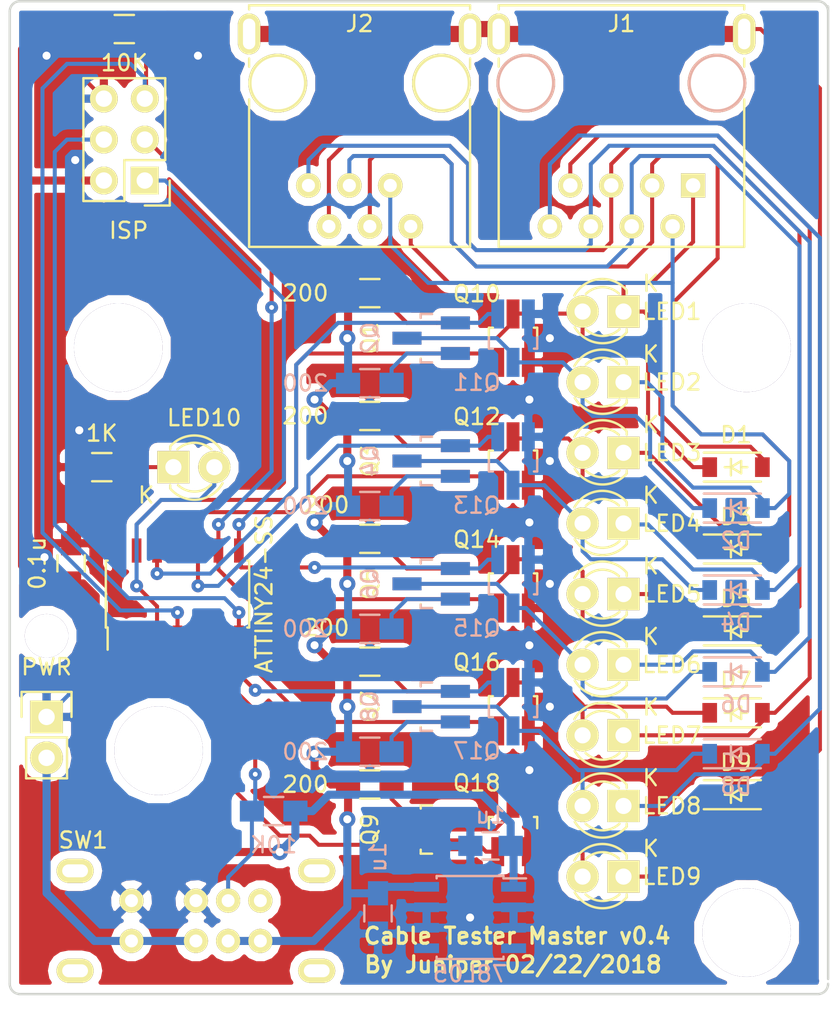
<source format=kicad_pcb>
(kicad_pcb (version 4) (host pcbnew 4.0.2+dfsg1-stable)
  (layers (0 F.Cu signal) (31 B.Cu signal) (34 B.Paste user) (35 F.Paste user) (36 B.SilkS user) (37 F.SilkS user) (38 B.Mask user) (39 F.Mask user) (44 Edge.Cuts user))
  (net 0 "")
  (net 1 "/MOSFET Drive/+9V")
  (net 2 GND)
  (net 3 VCC)
  (net 4 /1)
  (net 5 /2)
  (net 6 /3)
  (net 7 /4)
  (net 8 /5)
  (net 9 /6)
  (net 10 /7)
  (net 11 /8)
  (net 12 /S)
  (net 13 "Net-(J3-Pad2)")
  (net 14 "/MOSFET Drive/A5")
  (net 15 "/MOSFET Drive/A4")
  (net 16 "/MOSFET Drive/A6")
  (net 17 "Net-(J4-Pad5)")
  (net 18 "Net-(LED10-Pad2)")
  (net 19 "/MOSFET Drive/A0")
  (net 20 "/MOSFET Drive/A1")
  (net 21 "/MOSFET Drive/A2")
  (net 22 "/MOSFET Drive/A3")
  (net 23 "/MOSFET Drive/A7")
  (net 24 "/MOSFET Drive/B0")
  (net 25 "Net-(R12-Pad2)")
  (net 26 "Net-(LED10-Pad1)")
  (net 27 "/MOSFET Drive/DRIVE_1")
  (net 28 "/MOSFET Drive/DRIVE_2")
  (net 29 "/MOSFET Drive/DRIVE_3")
  (net 30 "/MOSFET Drive/DRIVE_4")
  (net 31 "/MOSFET Drive/DRIVE_5")
  (net 32 "/MOSFET Drive/DRIVE_6")
  (net 33 "/MOSFET Drive/DRIVE_7")
  (net 34 "/MOSFET Drive/DRIVE_8")
  (net 35 "/MOSFET Drive/DRIVE_S")
  (net 36 "Net-(Q1-Pad2)")
  (net 37 "Net-(Q2-Pad2)")
  (net 38 "Net-(Q3-Pad2)")
  (net 39 "Net-(Q4-Pad2)")
  (net 40 "Net-(Q5-Pad2)")
  (net 41 "Net-(Q6-Pad2)")
  (net 42 "Net-(Q7-Pad2)")
  (net 43 "Net-(Q8-Pad2)")
  (net 44 "Net-(Q9-Pad2)")
  (net 45 "Net-(SW1-Pad5)")
  (module TO_SOT_Packages_SMD:SOT-23_Handsoldering (layer F.Cu) (at 143.002 99.6442)
    (fp_text reference Q14 (at -2.25 -2.75) (layer F.SilkS))
    (fp_text value 2N7002 hide)
    (pad 1 smd rect (at -0.95 1.50114) (size 0.8001 1.80086) (layers F.Cu F.Paste F.Mask) (net 15 "/MOSFET Drive/A4"))
    (pad 2 smd rect (at 0.95 1.50114) (size 0.8001 1.80086) (layers F.Cu F.Paste F.Mask) (net 2 GND))
    (pad 3 smd rect (at 0 -1.50114) (size 0.8001 1.80086) (layers F.Cu F.Paste F.Mask) (net 31 "/MOSFET Drive/DRIVE_5"))
  )
  (module TO_SOT_Packages_SMD:SOT-23_Handsoldering (layer F.Cu) (at 143.002 92.0242)
    (fp_text reference Q12 (at -2.25 -2.75) (layer F.SilkS))
    (fp_text value 2N7002 hide)
    (pad 1 smd rect (at -0.95 1.50114) (size 0.8001 1.80086) (layers F.Cu F.Paste F.Mask) (net 21 "/MOSFET Drive/A2"))
    (pad 2 smd rect (at 0.95 1.50114) (size 0.8001 1.80086) (layers F.Cu F.Paste F.Mask) (net 2 GND))
    (pad 3 smd rect (at 0 -1.50114) (size 0.8001 1.80086) (layers F.Cu F.Paste F.Mask) (net 29 "/MOSFET Drive/DRIVE_3"))
  )
  (module TO_SOT_Packages_SMD:SOT-23_Handsoldering (layer F.Cu) (at 143.002 84.4042)
    (fp_text reference Q10 (at -2.25 -2.75) (layer F.SilkS))
    (fp_text value 2N7002 hide)
    (pad 1 smd rect (at -0.95 1.50114) (size 0.8001 1.80086) (layers F.Cu F.Paste F.Mask) (net 19 "/MOSFET Drive/A0"))
    (pad 2 smd rect (at 0.95 1.50114) (size 0.8001 1.80086) (layers F.Cu F.Paste F.Mask) (net 2 GND))
    (pad 3 smd rect (at 0 -1.50114) (size 0.8001 1.80086) (layers F.Cu F.Paste F.Mask) (net 27 "/MOSFET Drive/DRIVE_1"))
  )
  (module Capacitors_SMD:C_0805_HandSoldering (layer B.Cu) (at 134.62 120.0912 270)
    (fp_text reference C1 hide)
    (fp_text value 1u (at -3.5 0 270) (layer B.SilkS) (effects (justify mirror)))
    (pad 1 smd rect (at -1.25 0 270) (size 1.5 1.25) (layers B.Cu B.Paste B.Mask) (net 1 "/MOSFET Drive/+9V"))
    (pad 2 smd rect (at 1.25 0 270) (size 1.5 1.25) (layers B.Cu B.Paste B.Mask) (net 2 GND))
  )
  (module 78L05_SOIC:78L05_SOIC (layer B.Cu) (at 140.335 120.3452 180)
    (fp_text reference U2 hide)
    (fp_text value 78L05 (at 0 -3.5 180) (layer B.SilkS) (effects (justify mirror)))
    (pad VO smd rect (at -2.7 1.905 180) (size 1.55 0.6) (layers B.Cu B.Paste B.Mask) (net 3 VCC))
    (pad GND smd rect (at -2.7 0.635 180) (size 1.55 0.6) (layers B.Cu B.Paste B.Mask) (net 2 GND))
    (pad GND smd rect (at -2.7 -0.635 180) (size 1.55 0.6) (layers B.Cu B.Paste B.Mask) (net 2 GND))
    (pad NC smd rect (at -2.7 -1.905 180) (size 1.55 0.6) (layers B.Cu B.Paste B.Mask))
    (pad NC smd rect (at 2.7 -1.905 180) (size 1.55 0.6) (layers B.Cu B.Paste B.Mask))
    (pad GND smd rect (at 2.7 -0.635 180) (size 1.55 0.6) (layers B.Cu B.Paste B.Mask) (net 2 GND))
    (pad GND smd rect (at 2.7 0.635 180) (size 1.55 0.6) (layers B.Cu B.Paste B.Mask) (net 2 GND))
    (pad VI smd rect (at 2.7 1.905 180) (size 1.55 0.6) (layers B.Cu B.Paste B.Mask) (net 1 "/MOSFET Drive/+9V"))
  )
  (module Pin_Headers:Pin_Header_Straight_2x03 (layer F.Cu) (at 120.142 74.6252 180)
    (fp_text reference J4 hide)
    (fp_text value ISP (at 1 -3.1 180) (layer F.SilkS))
    (pad 1 thru_hole rect (at 0 0 180) (size 1.7272 1.7272) (drill 1.016) (layers *.Cu *.Mask F.SilkS) (net 14 "/MOSFET Drive/A5"))
    (pad 2 thru_hole oval (at 2.54 0 180) (size 1.7272 1.7272) (drill 1.016) (layers *.Cu *.Mask F.SilkS) (net 3 VCC))
    (pad 3 thru_hole oval (at 0 2.54 180) (size 1.7272 1.7272) (drill 1.016) (layers *.Cu *.Mask F.SilkS) (net 15 "/MOSFET Drive/A4"))
    (pad 4 thru_hole oval (at 2.54 2.54 180) (size 1.7272 1.7272) (drill 1.016) (layers *.Cu *.Mask F.SilkS) (net 16 "/MOSFET Drive/A6"))
    (pad 5 thru_hole oval (at 0 5.08 180) (size 1.7272 1.7272) (drill 1.016) (layers *.Cu *.Mask F.SilkS) (net 17 "Net-(J4-Pad5)"))
    (pad 6 thru_hole oval (at 2.54 5.08 180) (size 1.7272 1.7272) (drill 1.016) (layers *.Cu *.Mask F.SilkS) (net 2 GND))
  )
  (module Mounting_Holes:MountingHole_5-5mm (layer F.Cu) (at 121 109.9952)
    (fp_text reference REF** hide)
    (fp_text value MountingHole_5-5mm hide)
    (pad 1 thru_hole circle (at 0 0) (size 5.5 5.5) (drill 5.5) (layers))
  )
  (module Capacitors_SMD:C_0805_HandSoldering (layer B.Cu) (at 141.605 115.9002 180)
    (fp_text reference C2 hide)
    (fp_text value 1u (at 0 1.9 180) (layer B.SilkS) (effects (justify mirror)))
    (pad 1 smd rect (at -1.25 0 180) (size 1.5 1.25) (layers B.Cu B.Paste B.Mask) (net 3 VCC))
    (pad 2 smd rect (at 1.25 0 180) (size 1.5 1.25) (layers B.Cu B.Paste B.Mask) (net 2 GND))
  )
  (module Capacitors_SMD:C_0805_HandSoldering (layer F.Cu) (at 115.57 98.3742 90)
    (fp_text reference C3 hide)
    (fp_text value 0.1u (at 0 -2.1 90) (layer F.SilkS))
    (pad 1 smd rect (at -1.25 0 90) (size 1.5 1.25) (layers F.Cu F.Paste F.Mask) (net 3 VCC))
    (pad 2 smd rect (at 1.25 0 90) (size 1.5 1.25) (layers F.Cu F.Paste F.Mask) (net 2 GND))
  )
  (module Diodes_SMD:SOD-123 (layer F.Cu) (at 156.845 92.4052)
    (fp_text reference D1 (at 0 -2) (layer F.SilkS))
    (fp_text value D hide)
    (pad 1 smd rect (at -1.635 0) (size 0.91 1.22) (layers F.Cu F.Paste F.Mask) (net 27 "/MOSFET Drive/DRIVE_1"))
    (pad 2 smd rect (at 1.635 0) (size 0.91 1.22) (layers F.Cu F.Paste F.Mask) (net 4 /1))
  )
  (module Diodes_SMD:SOD-123 (layer B.Cu) (at 156.845 94.9452)
    (fp_text reference D2 (at 0 2) (layer B.SilkS) (effects (justify mirror)))
    (fp_text value D hide)
    (pad 1 smd rect (at -1.635 0) (size 0.91 1.22) (layers B.Cu B.Paste B.Mask) (net 28 "/MOSFET Drive/DRIVE_2"))
    (pad 2 smd rect (at 1.635 0) (size 0.91 1.22) (layers B.Cu B.Paste B.Mask) (net 5 /2))
  )
  (module Diodes_SMD:SOD-123 (layer F.Cu) (at 156.845 97.4852)
    (fp_text reference D3 (at 0 -2) (layer F.SilkS))
    (fp_text value D hide)
    (pad 1 smd rect (at -1.635 0) (size 0.91 1.22) (layers F.Cu F.Paste F.Mask) (net 29 "/MOSFET Drive/DRIVE_3"))
    (pad 2 smd rect (at 1.635 0) (size 0.91 1.22) (layers F.Cu F.Paste F.Mask) (net 6 /3))
  )
  (module Diodes_SMD:SOD-123 (layer B.Cu) (at 156.845 100.0252)
    (fp_text reference D4 (at 0 2) (layer B.SilkS) (effects (justify mirror)))
    (fp_text value D)
    (pad 1 smd rect (at -1.635 0) (size 0.91 1.22) (layers B.Cu B.Paste B.Mask) (net 30 "/MOSFET Drive/DRIVE_4"))
    (pad 2 smd rect (at 1.635 0) (size 0.91 1.22) (layers B.Cu B.Paste B.Mask) (net 7 /4))
  )
  (module Diodes_SMD:SOD-123 (layer F.Cu) (at 156.845 102.5652)
    (fp_text reference D5 (at 0 -2) (layer F.SilkS))
    (fp_text value D hide)
    (pad 1 smd rect (at -1.635 0) (size 0.91 1.22) (layers F.Cu F.Paste F.Mask) (net 31 "/MOSFET Drive/DRIVE_5"))
    (pad 2 smd rect (at 1.635 0) (size 0.91 1.22) (layers F.Cu F.Paste F.Mask) (net 8 /5))
  )
  (module Diodes_SMD:SOD-123 (layer B.Cu) (at 156.845 105.1052)
    (fp_text reference D6 (at 0 2) (layer B.SilkS) (effects (justify mirror)))
    (fp_text value D hide)
    (pad 1 smd rect (at -1.635 0) (size 0.91 1.22) (layers B.Cu B.Paste B.Mask) (net 32 "/MOSFET Drive/DRIVE_6"))
    (pad 2 smd rect (at 1.635 0) (size 0.91 1.22) (layers B.Cu B.Paste B.Mask) (net 9 /6))
  )
  (module Diodes_SMD:SOD-123 (layer F.Cu) (at 156.845 107.6452)
    (fp_text reference D7 (at 0 -2) (layer F.SilkS))
    (fp_text value D hide)
    (pad 1 smd rect (at -1.635 0) (size 0.91 1.22) (layers F.Cu F.Paste F.Mask) (net 33 "/MOSFET Drive/DRIVE_7"))
    (pad 2 smd rect (at 1.635 0) (size 0.91 1.22) (layers F.Cu F.Paste F.Mask) (net 10 /7))
  )
  (module Diodes_SMD:SOD-123 (layer B.Cu) (at 156.845 110.1852)
    (fp_text reference D8 (at 0 2) (layer B.SilkS) (effects (justify mirror)))
    (fp_text value D hide)
    (pad 1 smd rect (at -1.635 0) (size 0.91 1.22) (layers B.Cu B.Paste B.Mask) (net 34 "/MOSFET Drive/DRIVE_8"))
    (pad 2 smd rect (at 1.635 0) (size 0.91 1.22) (layers B.Cu B.Paste B.Mask) (net 11 /8))
  )
  (module Diodes_SMD:SOD-123 (layer F.Cu) (at 156.845 112.7252)
    (fp_text reference D9 (at 0 -2) (layer F.SilkS))
    (fp_text value D hide)
    (pad 1 smd rect (at -1.635 0) (size 0.91 1.22) (layers F.Cu F.Paste F.Mask) (net 35 "/MOSFET Drive/DRIVE_S"))
    (pad 2 smd rect (at 1.635 0) (size 0.91 1.22) (layers F.Cu F.Paste F.Mask) (net 12 /S))
  )
  (module Pin_Headers:Pin_Header_Straight_1x02 (layer F.Cu) (at 114.046 107.8992)
    (fp_text reference J3 hide)
    (fp_text value PWR (at 0 -3.1) (layer F.SilkS))
    (pad 1 thru_hole rect (at 0 0) (size 2.032 2.032) (drill 1.016) (layers *.Cu *.Mask F.SilkS) (net 2 GND))
    (pad 2 thru_hole oval (at 0 2.54) (size 2.032 2.032) (drill 1.016) (layers *.Cu *.Mask F.SilkS) (net 13 "Net-(J3-Pad2)"))
  )
  (module LEDs:LED-3MM (layer F.Cu) (at 149.86 82.7532 180)
    (fp_text reference LED1 (at -3 0 180) (layer F.SilkS))
    (fp_text value LED hide)
    (fp_text user K (at -1.69 1.74 180) (layer F.SilkS))
    (pad 1 thru_hole rect (at 0 0 270) (size 2 2) (drill 1.00076) (layers *.Cu *.Mask F.SilkS) (net 4 /1))
    (pad 2 thru_hole circle (at 2.54 0 180) (size 2 2) (drill 1.00076) (layers *.Cu *.Mask F.SilkS) (net 27 "/MOSFET Drive/DRIVE_1"))
  )
  (module LEDs:LED-3MM (layer F.Cu) (at 149.86 87.1347 180)
    (fp_text reference LED2 (at -3 0 180) (layer F.SilkS))
    (fp_text value LED hide)
    (fp_text user K (at -1.69 1.74 180) (layer F.SilkS))
    (pad 1 thru_hole rect (at 0 0 270) (size 2 2) (drill 1.00076) (layers *.Cu *.Mask F.SilkS) (net 5 /2))
    (pad 2 thru_hole circle (at 2.54 0 180) (size 2 2) (drill 1.00076) (layers *.Cu *.Mask F.SilkS) (net 28 "/MOSFET Drive/DRIVE_2"))
  )
  (module LEDs:LED-3MM (layer F.Cu) (at 149.86 91.5162 180)
    (fp_text reference LED3 (at -3 0 180) (layer F.SilkS))
    (fp_text value LED hide)
    (fp_text user K (at -1.69 1.74 180) (layer F.SilkS))
    (pad 1 thru_hole rect (at 0 0 270) (size 2 2) (drill 1.00076) (layers *.Cu *.Mask F.SilkS) (net 6 /3))
    (pad 2 thru_hole circle (at 2.54 0 180) (size 2 2) (drill 1.00076) (layers *.Cu *.Mask F.SilkS) (net 29 "/MOSFET Drive/DRIVE_3"))
  )
  (module LEDs:LED-3MM (layer F.Cu) (at 149.86 95.8977 180)
    (fp_text reference LED4 (at -3 0 180) (layer F.SilkS))
    (fp_text value LED hide)
    (fp_text user K (at -1.69 1.74 180) (layer F.SilkS))
    (pad 1 thru_hole rect (at 0 0 270) (size 2 2) (drill 1.00076) (layers *.Cu *.Mask F.SilkS) (net 7 /4))
    (pad 2 thru_hole circle (at 2.54 0 180) (size 2 2) (drill 1.00076) (layers *.Cu *.Mask F.SilkS) (net 30 "/MOSFET Drive/DRIVE_4"))
  )
  (module LEDs:LED-3MM (layer F.Cu) (at 149.86 100.2792 180)
    (fp_text reference LED5 (at -3 0 180) (layer F.SilkS))
    (fp_text value LED hide)
    (fp_text user K (at -1.69 1.74 180) (layer F.SilkS))
    (pad 1 thru_hole rect (at 0 0 270) (size 2 2) (drill 1.00076) (layers *.Cu *.Mask F.SilkS) (net 8 /5))
    (pad 2 thru_hole circle (at 2.54 0 180) (size 2 2) (drill 1.00076) (layers *.Cu *.Mask F.SilkS) (net 31 "/MOSFET Drive/DRIVE_5"))
  )
  (module LEDs:LED-3MM (layer F.Cu) (at 149.86 104.6607 180)
    (fp_text reference LED6 (at -3 0 180) (layer F.SilkS))
    (fp_text value LED hide)
    (fp_text user K (at -1.69 1.74 180) (layer F.SilkS))
    (pad 1 thru_hole rect (at 0 0 270) (size 2 2) (drill 1.00076) (layers *.Cu *.Mask F.SilkS) (net 9 /6))
    (pad 2 thru_hole circle (at 2.54 0 180) (size 2 2) (drill 1.00076) (layers *.Cu *.Mask F.SilkS) (net 32 "/MOSFET Drive/DRIVE_6"))
  )
  (module LEDs:LED-3MM (layer F.Cu) (at 149.86 109.0422 180)
    (fp_text reference LED7 (at -3 0 180) (layer F.SilkS))
    (fp_text value LED hide)
    (fp_text user K (at -1.69 1.74 180) (layer F.SilkS))
    (pad 1 thru_hole rect (at 0 0 270) (size 2 2) (drill 1.00076) (layers *.Cu *.Mask F.SilkS) (net 10 /7))
    (pad 2 thru_hole circle (at 2.54 0 180) (size 2 2) (drill 1.00076) (layers *.Cu *.Mask F.SilkS) (net 33 "/MOSFET Drive/DRIVE_7"))
  )
  (module LEDs:LED-3MM (layer F.Cu) (at 149.86 113.4237 180)
    (fp_text reference LED8 (at -3 0 180) (layer F.SilkS))
    (fp_text value LED hide)
    (fp_text user K (at -1.69 1.74 180) (layer F.SilkS))
    (pad 1 thru_hole rect (at 0 0 270) (size 2 2) (drill 1.00076) (layers *.Cu *.Mask F.SilkS) (net 11 /8))
    (pad 2 thru_hole circle (at 2.54 0 180) (size 2 2) (drill 1.00076) (layers *.Cu *.Mask F.SilkS) (net 34 "/MOSFET Drive/DRIVE_8"))
  )
  (module LEDs:LED-3MM (layer F.Cu) (at 149.86 117.8052 180)
    (fp_text reference LED9 (at -3 0 180) (layer F.SilkS))
    (fp_text value LED hide)
    (fp_text user K (at -1.69 1.74 180) (layer F.SilkS))
    (pad 1 thru_hole rect (at 0 0 270) (size 2 2) (drill 1.00076) (layers *.Cu *.Mask F.SilkS) (net 12 /S))
    (pad 2 thru_hole circle (at 2.54 0 180) (size 2 2) (drill 1.00076) (layers *.Cu *.Mask F.SilkS) (net 35 "/MOSFET Drive/DRIVE_S"))
  )
  (module LEDs:LED-3MM (layer F.Cu) (at 121.92 92.4052)
    (fp_text reference LED10 (at 1.91 -3.06) (layer F.SilkS))
    (fp_text value LED hide)
    (fp_text user K (at -1.69 1.74) (layer F.SilkS))
    (pad 1 thru_hole rect (at 0 0 90) (size 2 2) (drill 1.00076) (layers *.Cu *.Mask F.SilkS) (net 26 "Net-(LED10-Pad1)"))
    (pad 2 thru_hole circle (at 2.54 0) (size 2 2) (drill 1.00076) (layers *.Cu *.Mask F.SilkS) (net 18 "Net-(LED10-Pad2)"))
  )
  (module TO_SOT_Packages_SMD:SOT-23_Handsoldering (layer F.Cu) (at 137.922 84.4042 90)
    (fp_text reference Q1 (at 0 -3.81 90) (layer F.SilkS))
    (fp_text value BSS84 hide)
    (pad 1 smd rect (at -0.95 1.50114 90) (size 0.8001 1.80086) (layers F.Cu F.Paste F.Mask) (net 19 "/MOSFET Drive/A0"))
    (pad 2 smd rect (at 0.95 1.50114 90) (size 0.8001 1.80086) (layers F.Cu F.Paste F.Mask) (net 36 "Net-(Q1-Pad2)"))
    (pad 3 smd rect (at 0 -1.50114 90) (size 0.8001 1.80086) (layers F.Cu F.Paste F.Mask) (net 27 "/MOSFET Drive/DRIVE_1"))
  )
  (module TO_SOT_Packages_SMD:SOT-23_Handsoldering (layer B.Cu) (at 137.922 84.4042 270)
    (fp_text reference Q2 (at 0 3.81 270) (layer B.SilkS) (effects (justify mirror)))
    (fp_text value BSS84 hide)
    (pad 1 smd rect (at -0.95 -1.50114 270) (size 0.8001 1.80086) (layers B.Cu B.Paste B.Mask) (net 20 "/MOSFET Drive/A1"))
    (pad 2 smd rect (at 0.95 -1.50114 270) (size 0.8001 1.80086) (layers B.Cu B.Paste B.Mask) (net 37 "Net-(Q2-Pad2)"))
    (pad 3 smd rect (at 0 1.50114 270) (size 0.8001 1.80086) (layers B.Cu B.Paste B.Mask) (net 28 "/MOSFET Drive/DRIVE_2"))
  )
  (module TO_SOT_Packages_SMD:SOT-23_Handsoldering (layer F.Cu) (at 137.922 92.0242 90)
    (fp_text reference Q3 (at 0 -3.81 90) (layer F.SilkS))
    (fp_text value BSS84 hide)
    (pad 1 smd rect (at -0.95 1.50114 90) (size 0.8001 1.80086) (layers F.Cu F.Paste F.Mask) (net 21 "/MOSFET Drive/A2"))
    (pad 2 smd rect (at 0.95 1.50114 90) (size 0.8001 1.80086) (layers F.Cu F.Paste F.Mask) (net 38 "Net-(Q3-Pad2)"))
    (pad 3 smd rect (at 0 -1.50114 90) (size 0.8001 1.80086) (layers F.Cu F.Paste F.Mask) (net 29 "/MOSFET Drive/DRIVE_3"))
  )
  (module TO_SOT_Packages_SMD:SOT-23_Handsoldering (layer B.Cu) (at 137.922 92.0242 270)
    (fp_text reference Q4 (at 0 3.81 270) (layer B.SilkS) (effects (justify mirror)))
    (fp_text value BSS84 hide)
    (pad 1 smd rect (at -0.95 -1.50114 270) (size 0.8001 1.80086) (layers B.Cu B.Paste B.Mask) (net 22 "/MOSFET Drive/A3"))
    (pad 2 smd rect (at 0.95 -1.50114 270) (size 0.8001 1.80086) (layers B.Cu B.Paste B.Mask) (net 39 "Net-(Q4-Pad2)"))
    (pad 3 smd rect (at 0 1.50114 270) (size 0.8001 1.80086) (layers B.Cu B.Paste B.Mask) (net 30 "/MOSFET Drive/DRIVE_4"))
  )
  (module TO_SOT_Packages_SMD:SOT-23_Handsoldering (layer F.Cu) (at 137.922 99.6442 90)
    (fp_text reference Q5 (at 0 -3.81 90) (layer F.SilkS))
    (fp_text value BSS84 hide)
    (pad 1 smd rect (at -0.95 1.50114 90) (size 0.8001 1.80086) (layers F.Cu F.Paste F.Mask) (net 15 "/MOSFET Drive/A4"))
    (pad 2 smd rect (at 0.95 1.50114 90) (size 0.8001 1.80086) (layers F.Cu F.Paste F.Mask) (net 40 "Net-(Q5-Pad2)"))
    (pad 3 smd rect (at 0 -1.50114 90) (size 0.8001 1.80086) (layers F.Cu F.Paste F.Mask) (net 31 "/MOSFET Drive/DRIVE_5"))
  )
  (module TO_SOT_Packages_SMD:SOT-23_Handsoldering (layer B.Cu) (at 137.922 99.6442 270)
    (fp_text reference Q6 (at 0 3.81 270) (layer B.SilkS) (effects (justify mirror)))
    (fp_text value BSS84 hide)
    (pad 1 smd rect (at -0.95 -1.50114 270) (size 0.8001 1.80086) (layers B.Cu B.Paste B.Mask) (net 14 "/MOSFET Drive/A5"))
    (pad 2 smd rect (at 0.95 -1.50114 270) (size 0.8001 1.80086) (layers B.Cu B.Paste B.Mask) (net 41 "Net-(Q6-Pad2)"))
    (pad 3 smd rect (at 0 1.50114 270) (size 0.8001 1.80086) (layers B.Cu B.Paste B.Mask) (net 32 "/MOSFET Drive/DRIVE_6"))
  )
  (module TO_SOT_Packages_SMD:SOT-23_Handsoldering (layer F.Cu) (at 137.922 107.2642 90)
    (fp_text reference Q7 (at 0 -3.81 90) (layer F.SilkS))
    (fp_text value BSS84 hide)
    (pad 1 smd rect (at -0.95 1.50114 90) (size 0.8001 1.80086) (layers F.Cu F.Paste F.Mask) (net 16 "/MOSFET Drive/A6"))
    (pad 2 smd rect (at 0.95 1.50114 90) (size 0.8001 1.80086) (layers F.Cu F.Paste F.Mask) (net 42 "Net-(Q7-Pad2)"))
    (pad 3 smd rect (at 0 -1.50114 90) (size 0.8001 1.80086) (layers F.Cu F.Paste F.Mask) (net 33 "/MOSFET Drive/DRIVE_7"))
  )
  (module TO_SOT_Packages_SMD:SOT-23_Handsoldering (layer B.Cu) (at 137.922 107.2642 270)
    (fp_text reference Q8 (at 0 3.81 270) (layer B.SilkS) (effects (justify mirror)))
    (fp_text value BSS84 hide)
    (pad 1 smd rect (at -0.95 -1.50114 270) (size 0.8001 1.80086) (layers B.Cu B.Paste B.Mask) (net 23 "/MOSFET Drive/A7"))
    (pad 2 smd rect (at 0.95 -1.50114 270) (size 0.8001 1.80086) (layers B.Cu B.Paste B.Mask) (net 43 "Net-(Q8-Pad2)"))
    (pad 3 smd rect (at 0 1.50114 270) (size 0.8001 1.80086) (layers B.Cu B.Paste B.Mask) (net 34 "/MOSFET Drive/DRIVE_8"))
  )
  (module TO_SOT_Packages_SMD:SOT-23_Handsoldering (layer F.Cu) (at 137.922 114.8842 90)
    (fp_text reference Q9 (at 0 -3.81 90) (layer F.SilkS))
    (fp_text value BSS84 hide)
    (pad 1 smd rect (at -0.95 1.50114 90) (size 0.8001 1.80086) (layers F.Cu F.Paste F.Mask) (net 24 "/MOSFET Drive/B0"))
    (pad 2 smd rect (at 0.95 1.50114 90) (size 0.8001 1.80086) (layers F.Cu F.Paste F.Mask) (net 44 "Net-(Q9-Pad2)"))
    (pad 3 smd rect (at 0 -1.50114 90) (size 0.8001 1.80086) (layers F.Cu F.Paste F.Mask) (net 35 "/MOSFET Drive/DRIVE_S"))
  )
  (module TO_SOT_Packages_SMD:SOT-23_Handsoldering (layer B.Cu) (at 143.002 84.4042)
    (fp_text reference Q11 (at -2.25 2.75) (layer B.SilkS) (effects (justify mirror)))
    (fp_text value 2N7002 hide)
    (pad 1 smd rect (at -0.95 -1.50114) (size 0.8001 1.80086) (layers B.Cu B.Paste B.Mask) (net 20 "/MOSFET Drive/A1"))
    (pad 2 smd rect (at 0.95 -1.50114) (size 0.8001 1.80086) (layers B.Cu B.Paste B.Mask) (net 2 GND))
    (pad 3 smd rect (at 0 1.50114) (size 0.8001 1.80086) (layers B.Cu B.Paste B.Mask) (net 28 "/MOSFET Drive/DRIVE_2"))
  )
  (module TO_SOT_Packages_SMD:SOT-23_Handsoldering (layer B.Cu) (at 143.002 92.0242)
    (fp_text reference Q13 (at -2.25 2.75) (layer B.SilkS) (effects (justify mirror)))
    (fp_text value 2N7002 hide)
    (pad 1 smd rect (at -0.95 -1.50114) (size 0.8001 1.80086) (layers B.Cu B.Paste B.Mask) (net 22 "/MOSFET Drive/A3"))
    (pad 2 smd rect (at 0.95 -1.50114) (size 0.8001 1.80086) (layers B.Cu B.Paste B.Mask) (net 2 GND))
    (pad 3 smd rect (at 0 1.50114) (size 0.8001 1.80086) (layers B.Cu B.Paste B.Mask) (net 30 "/MOSFET Drive/DRIVE_4"))
  )
  (module TO_SOT_Packages_SMD:SOT-23_Handsoldering (layer B.Cu) (at 143.002 99.6442)
    (fp_text reference Q15 (at -2.25 2.75) (layer B.SilkS) (effects (justify mirror)))
    (fp_text value 2N7002 hide)
    (pad 1 smd rect (at -0.95 -1.50114) (size 0.8001 1.80086) (layers B.Cu B.Paste B.Mask) (net 14 "/MOSFET Drive/A5"))
    (pad 2 smd rect (at 0.95 -1.50114) (size 0.8001 1.80086) (layers B.Cu B.Paste B.Mask) (net 2 GND))
    (pad 3 smd rect (at 0 1.50114) (size 0.8001 1.80086) (layers B.Cu B.Paste B.Mask) (net 32 "/MOSFET Drive/DRIVE_6"))
  )
  (module TO_SOT_Packages_SMD:SOT-23_Handsoldering (layer F.Cu) (at 143.002 107.2642)
    (fp_text reference Q16 (at -2.25 -2.75) (layer F.SilkS))
    (fp_text value 2N7002 hide)
    (pad 1 smd rect (at -0.95 1.50114) (size 0.8001 1.80086) (layers F.Cu F.Paste F.Mask) (net 16 "/MOSFET Drive/A6"))
    (pad 2 smd rect (at 0.95 1.50114) (size 0.8001 1.80086) (layers F.Cu F.Paste F.Mask) (net 2 GND))
    (pad 3 smd rect (at 0 -1.50114) (size 0.8001 1.80086) (layers F.Cu F.Paste F.Mask) (net 33 "/MOSFET Drive/DRIVE_7"))
  )
  (module TO_SOT_Packages_SMD:SOT-23_Handsoldering (layer B.Cu) (at 143.002 107.2642)
    (fp_text reference Q17 (at -2.25 2.75) (layer B.SilkS) (effects (justify mirror)))
    (fp_text value 2N7002 hide)
    (pad 1 smd rect (at -0.95 -1.50114) (size 0.8001 1.80086) (layers B.Cu B.Paste B.Mask) (net 23 "/MOSFET Drive/A7"))
    (pad 2 smd rect (at 0.95 -1.50114) (size 0.8001 1.80086) (layers B.Cu B.Paste B.Mask) (net 2 GND))
    (pad 3 smd rect (at 0 1.50114) (size 0.8001 1.80086) (layers B.Cu B.Paste B.Mask) (net 34 "/MOSFET Drive/DRIVE_8"))
  )
  (module TO_SOT_Packages_SMD:SOT-23_Handsoldering (layer F.Cu) (at 143.002 114.7572)
    (fp_text reference Q18 (at -2.25 -2.75) (layer F.SilkS))
    (fp_text value 2N7002 hide)
    (pad 1 smd rect (at -0.95 1.50114) (size 0.8001 1.80086) (layers F.Cu F.Paste F.Mask) (net 24 "/MOSFET Drive/B0"))
    (pad 2 smd rect (at 0.95 1.50114) (size 0.8001 1.80086) (layers F.Cu F.Paste F.Mask) (net 2 GND))
    (pad 3 smd rect (at 0 -1.50114) (size 0.8001 1.80086) (layers F.Cu F.Paste F.Mask) (net 35 "/MOSFET Drive/DRIVE_S"))
  )
  (module Resistors_SMD:R_0805_HandSoldering (layer F.Cu) (at 134.112 81.6102)
    (fp_text reference R1 hide)
    (fp_text value 200 (at -4 0) (layer F.SilkS))
    (pad 1 smd rect (at -1.35 0) (size 1.5 1.3) (layers F.Cu F.Paste F.Mask) (net 1 "/MOSFET Drive/+9V"))
    (pad 2 smd rect (at 1.35 0) (size 1.5 1.3) (layers F.Cu F.Paste F.Mask) (net 36 "Net-(Q1-Pad2)"))
  )
  (module Resistors_SMD:R_0805_HandSoldering (layer B.Cu) (at 134.112 87.1982)
    (fp_text reference R2 hide)
    (fp_text value 200 (at -4 0) (layer B.SilkS) (effects (justify mirror)))
    (pad 1 smd rect (at -1.35 0) (size 1.5 1.3) (layers B.Cu B.Paste B.Mask) (net 1 "/MOSFET Drive/+9V"))
    (pad 2 smd rect (at 1.35 0) (size 1.5 1.3) (layers B.Cu B.Paste B.Mask) (net 37 "Net-(Q2-Pad2)"))
  )
  (module Resistors_SMD:R_0805_HandSoldering (layer F.Cu) (at 134.112 89.2302)
    (fp_text reference R3 hide)
    (fp_text value 200 (at -4 0) (layer F.SilkS))
    (pad 1 smd rect (at -1.35 0) (size 1.5 1.3) (layers F.Cu F.Paste F.Mask) (net 1 "/MOSFET Drive/+9V"))
    (pad 2 smd rect (at 1.35 0) (size 1.5 1.3) (layers F.Cu F.Paste F.Mask) (net 38 "Net-(Q3-Pad2)"))
  )
  (module Resistors_SMD:R_0805_HandSoldering (layer B.Cu) (at 134.112 94.8182)
    (fp_text reference R4 hide)
    (fp_text value 200 (at -4 0) (layer B.SilkS) (effects (justify mirror)))
    (pad 1 smd rect (at -1.35 0) (size 1.5 1.3) (layers B.Cu B.Paste B.Mask) (net 1 "/MOSFET Drive/+9V"))
    (pad 2 smd rect (at 1.35 0) (size 1.5 1.3) (layers B.Cu B.Paste B.Mask) (net 39 "Net-(Q4-Pad2)"))
  )
  (module Resistors_SMD:R_0805_HandSoldering (layer F.Cu) (at 134.112 96.8502)
    (fp_text reference R5 hide)
    (fp_text value 200 (at -2.7 -2.1) (layer F.SilkS))
    (pad 1 smd rect (at -1.35 0) (size 1.5 1.3) (layers F.Cu F.Paste F.Mask) (net 1 "/MOSFET Drive/+9V"))
    (pad 2 smd rect (at 1.35 0) (size 1.5 1.3) (layers F.Cu F.Paste F.Mask) (net 40 "Net-(Q5-Pad2)"))
  )
  (module Resistors_SMD:R_0805_HandSoldering (layer B.Cu) (at 134.112 102.4382)
    (fp_text reference R6 hide)
    (fp_text value 200 (at -4 0) (layer B.SilkS) (effects (justify mirror)))
    (pad 1 smd rect (at -1.35 0) (size 1.5 1.3) (layers B.Cu B.Paste B.Mask) (net 1 "/MOSFET Drive/+9V"))
    (pad 2 smd rect (at 1.35 0) (size 1.5 1.3) (layers B.Cu B.Paste B.Mask) (net 41 "Net-(Q6-Pad2)"))
  )
  (module Resistors_SMD:R_0805_HandSoldering (layer F.Cu) (at 134.112 104.4702)
    (fp_text reference R7 hide)
    (fp_text value 200 (at -2.7 -2.1) (layer F.SilkS))
    (pad 1 smd rect (at -1.35 0) (size 1.5 1.3) (layers F.Cu F.Paste F.Mask) (net 1 "/MOSFET Drive/+9V"))
    (pad 2 smd rect (at 1.35 0) (size 1.5 1.3) (layers F.Cu F.Paste F.Mask) (net 42 "Net-(Q7-Pad2)"))
  )
  (module Resistors_SMD:R_0805_HandSoldering (layer B.Cu) (at 134.112 110.0582)
    (fp_text reference R8 hide)
    (fp_text value 200 (at -4 0) (layer B.SilkS) (effects (justify mirror)))
    (pad 1 smd rect (at -1.35 0) (size 1.5 1.3) (layers B.Cu B.Paste B.Mask) (net 1 "/MOSFET Drive/+9V"))
    (pad 2 smd rect (at 1.35 0) (size 1.5 1.3) (layers B.Cu B.Paste B.Mask) (net 43 "Net-(Q8-Pad2)"))
  )
  (module Resistors_SMD:R_0805_HandSoldering (layer F.Cu) (at 134.112 112.0902)
    (fp_text reference R9 hide)
    (fp_text value 200 (at -4 0) (layer F.SilkS))
    (pad 1 smd rect (at -1.35 0) (size 1.5 1.3) (layers F.Cu F.Paste F.Mask) (net 1 "/MOSFET Drive/+9V"))
    (pad 2 smd rect (at 1.35 0) (size 1.5 1.3) (layers F.Cu F.Paste F.Mask) (net 44 "Net-(Q9-Pad2)"))
  )
  (module Resistors_SMD:R_0805_HandSoldering (layer F.Cu) (at 117.475 92.4052 180)
    (fp_text reference R10 hide)
    (fp_text value 1K (at 0 2.1 180) (layer F.SilkS))
    (pad 1 smd rect (at -1.35 0 180) (size 1.5 1.3) (layers F.Cu F.Paste F.Mask) (net 26 "Net-(LED10-Pad1)"))
    (pad 2 smd rect (at 1.35 0 180) (size 1.5 1.3) (layers F.Cu F.Paste F.Mask) (net 2 GND))
  )
  (module Resistors_SMD:R_0805_HandSoldering (layer F.Cu) (at 118.872 65.2272)
    (fp_text reference R11 hide)
    (fp_text value 10K (at 0 2.1) (layer F.SilkS))
    (pad 1 smd rect (at -1.35 0) (size 1.5 1.3) (layers F.Cu F.Paste F.Mask) (net 3 VCC))
    (pad 2 smd rect (at 1.35 0) (size 1.5 1.3) (layers F.Cu F.Paste F.Mask) (net 17 "Net-(J4-Pad5)"))
  )
  (module Resistors_SMD:R_0805_HandSoldering (layer B.Cu) (at 128.143 113.7412 180)
    (fp_text reference R12 hide)
    (fp_text value 10K (at 0 -2.1 180) (layer B.SilkS) (effects (justify mirror)))
    (pad 1 smd rect (at -1.35 0 180) (size 1.5 1.3) (layers B.Cu B.Paste B.Mask) (net 3 VCC))
    (pad 2 smd rect (at 1.35 0 180) (size 1.5 1.3) (layers B.Cu B.Paste B.Mask) (net 25 "Net-(R12-Pad2)"))
  )
  (module Housings_SOIC:SOIC-14_3.9x8.7mm_Pitch1.27mm (layer F.Cu) (at 122.174 100.2792 90)
    (fp_text reference U1 hide)
    (fp_text value ATTINY24-SS (at 0 5.375 90) (layer F.SilkS))
    (pad 1 smd rect (at -2.7 -3.81 90) (size 1.5 0.6) (layers F.Cu F.Paste F.Mask) (net 3 VCC))
    (pad 2 smd rect (at -2.7 -2.54 90) (size 1.5 0.6) (layers F.Cu F.Paste F.Mask) (net 24 "/MOSFET Drive/B0"))
    (pad 3 smd rect (at -2.7 -1.27 90) (size 1.5 0.6) (layers F.Cu F.Paste F.Mask) (net 18 "Net-(LED10-Pad2)"))
    (pad 4 smd rect (at -2.7 0 90) (size 1.5 0.6) (layers F.Cu F.Paste F.Mask) (net 17 "Net-(J4-Pad5)"))
    (pad 5 smd rect (at -2.7 1.27 90) (size 1.5 0.6) (layers F.Cu F.Paste F.Mask) (net 25 "Net-(R12-Pad2)"))
    (pad 6 smd rect (at -2.7 2.54 90) (size 1.5 0.6) (layers F.Cu F.Paste F.Mask) (net 23 "/MOSFET Drive/A7"))
    (pad 7 smd rect (at -2.7 3.81 90) (size 1.5 0.6) (layers F.Cu F.Paste F.Mask) (net 16 "/MOSFET Drive/A6"))
    (pad 8 smd rect (at 2.7 3.81 90) (size 1.5 0.6) (layers F.Cu F.Paste F.Mask) (net 14 "/MOSFET Drive/A5"))
    (pad 9 smd rect (at 2.7 2.54 90) (size 1.5 0.6) (layers F.Cu F.Paste F.Mask) (net 15 "/MOSFET Drive/A4"))
    (pad 10 smd rect (at 2.7 1.27 90) (size 1.5 0.6) (layers F.Cu F.Paste F.Mask) (net 22 "/MOSFET Drive/A3"))
    (pad 11 smd rect (at 2.7 0 90) (size 1.5 0.6) (layers F.Cu F.Paste F.Mask) (net 21 "/MOSFET Drive/A2"))
    (pad 12 smd rect (at 2.7 -1.27 90) (size 1.5 0.6) (layers F.Cu F.Paste F.Mask) (net 20 "/MOSFET Drive/A1"))
    (pad 13 smd rect (at 2.7 -2.54 90) (size 1.5 0.6) (layers F.Cu F.Paste F.Mask) (net 19 "/MOSFET Drive/A0"))
    (pad 14 smd rect (at 2.7 -3.81 90) (size 1.5 0.6) (layers F.Cu F.Paste F.Mask) (net 2 GND))
  )
  (module Mounting_Holes:MountingHole_5-5mm (layer F.Cu) (at 157.5 121.2752)
    (fp_text reference REF** hide)
    (fp_text value MountingHole_5-5mm hide)
    (pad 1 thru_hole circle (at 0 0) (size 5.5 5.5) (drill 5.5) (layers))
  )
  (module Mounting_Holes:MountingHole_5-5mm (layer F.Cu) (at 157.5 84.9952)
    (fp_text reference REF** hide)
    (fp_text value MountingHole_5-5mm hide)
    (pad 1 thru_hole circle (at 0 0) (size 5.5 5.5) (drill 5.5) (layers))
  )
  (module Mounting_Holes:MountingHole_5-5mm (layer F.Cu) (at 118.5 84.9952)
    (fp_text reference REF** hide)
    (fp_text value MountingHole_5-5mm hide)
    (pad 1 thru_hole circle (at 0 0) (size 5.5 5.5) (drill 5.5) (layers))
  )
  (module Tester_Connectors:RJ45_SHLD (layer F.Cu) (at 149.733 68.58 180)
    (fp_text reference J1 (at 0 3.683 180) (layer F.SilkS))
    (fp_text value RJ45)
    (pad 9 thru_hole oval (at -7.62 3.048 180) (size 1.397 2.54) (drill oval 0.762 1.905) (layers *.Cu *.Mask F.SilkS) (net 12 /S))
    (pad "" np_thru_hole circle (at 5.93852 0 180) (size 3.64998 3.64998) (drill 3.2512) (layers *.Cu *.SilkS *.Mask))
    (pad Hole np_thru_hole circle (at -5.9309 0 180) (size 3.64998 3.64998) (drill 3.2512) (layers *.Cu *.SilkS *.Mask))
    (pad 1 thru_hole rect (at -4.445 -6.35 180) (size 1.50114 1.50114) (drill 0.89916) (layers *.Cu *.Mask F.SilkS) (net 4 /1))
    (pad 2 thru_hole circle (at -3.175 -8.89 180) (size 1.50114 1.50114) (drill 0.89916) (layers *.Cu *.Mask F.SilkS) (net 5 /2))
    (pad 3 thru_hole circle (at -1.905 -6.35 180) (size 1.50114 1.50114) (drill 0.89916) (layers *.Cu *.Mask F.SilkS) (net 6 /3))
    (pad 4 thru_hole circle (at -0.635 -8.89 180) (size 1.50114 1.50114) (drill 0.89916) (layers *.Cu *.Mask F.SilkS) (net 7 /4))
    (pad 5 thru_hole circle (at 0.635 -6.35 180) (size 1.50114 1.50114) (drill 0.89916) (layers *.Cu *.Mask F.SilkS) (net 8 /5))
    (pad 6 thru_hole circle (at 1.905 -8.89 180) (size 1.50114 1.50114) (drill 0.89916) (layers *.Cu *.Mask F.SilkS) (net 9 /6))
    (pad 7 thru_hole circle (at 3.175 -6.35 180) (size 1.50114 1.50114) (drill 0.89916) (layers *.Cu *.Mask F.SilkS) (net 10 /7))
    (pad 8 thru_hole circle (at 4.445 -8.89 180) (size 1.50114 1.50114) (drill 0.89916) (layers *.Cu *.Mask F.SilkS) (net 11 /8))
    (pad 9 thru_hole oval (at 7.62 3.048 180) (size 1.397 2.54) (drill oval 0.762 1.905) (layers *.Cu *.Mask F.SilkS) (net 12 /S))
  )
  (module Mounting_Holes:MountingHole_2-7mm (layer F.Cu) (at 114.046 102.87)
    (fp_text reference REF** hide)
    (fp_text value MountingHole_2-5mm hide)
    (pad 1 thru_hole circle (at 0 0) (size 2.7 2.7) (drill 2.7) (layers))
  )
  (module "Tester Switches:SW_DP3T_SLIDE" (layer F.Cu) (at 123.317 120.5484 90)
    (fp_text reference SW1 (at 5 -7 180) (layer F.SilkS))
    (fp_text value DP3T)
    (pad "" thru_hole oval (at -3.1 -7.5 90) (size 1.5 2.3) (drill oval 0.8 1.6) (layers *.Cu *.Mask F.SilkS))
    (pad "" thru_hole oval (at -3.1 7.5 90) (size 1.5 2.3) (drill oval 0.8 1.6) (layers *.Cu *.Mask F.SilkS))
    (pad "" thru_hole oval (at 3.1 7.5 90) (size 1.5 2.3) (drill oval 0.8 1.6) (layers *.Cu *.Mask F.SilkS))
    (pad 7 thru_hole circle (at 1.25 0 90) (size 1.5 1.5) (drill 0.8) (layers *.Cu *.Mask F.SilkS) (net 2 GND))
    (pad 2 thru_hole circle (at -1.25 0 90) (size 1.5 1.5) (drill 0.8) (layers *.Cu *.Mask F.SilkS) (net 13 "Net-(J3-Pad2)"))
    (pad 6 thru_hole circle (at 1.25 2 90) (size 1.5 1.5) (drill 0.8) (layers *.Cu *.Mask F.SilkS) (net 25 "Net-(R12-Pad2)"))
    (pad 3 thru_hole circle (at -1.25 2 90) (size 1.5 1.5) (drill 0.8) (layers *.Cu *.Mask F.SilkS) (net 1 "/MOSFET Drive/+9V"))
    (pad 4 thru_hole circle (at -1.25 4 90) (size 1.5 1.5) (drill 0.8) (layers *.Cu *.Mask F.SilkS) (net 1 "/MOSFET Drive/+9V"))
    (pad 5 thru_hole circle (at 1.25 4 90) (size 1.5 1.5) (drill 0.8) (layers *.Cu *.Mask F.SilkS) (net 45 "Net-(SW1-Pad5)"))
    (pad 8 thru_hole circle (at 1.25 -4 90) (size 1.5 1.5) (drill 0.8) (layers *.Cu *.Mask F.SilkS) (net 2 GND))
    (pad 1 thru_hole circle (at -1.25 -4 90) (size 1.5 1.5) (drill 0.8) (layers *.Cu *.Mask F.SilkS) (net 13 "Net-(J3-Pad2)"))
    (pad "" thru_hole oval (at 3.1 -7.5 90) (size 1.5 2.3) (drill oval 0.8 1.6) (layers *.Cu *.Mask F.SilkS))
  )
  (module Tester_Connectors:RJ12_SHLD (layer F.Cu) (at 133.477 68.58 180)
    (fp_text reference J2 (at 0 3.683 180) (layer F.SilkS))
    (fp_text value RJ12)
    (pad 4 thru_hole circle (at 0.635 -6.35 180) (size 1.524 1.524) (drill 0.8128) (layers *.Cu *.Mask F.SilkS) (net 7 /4))
    (pad 2 thru_hole circle (at -1.905 -6.35 180) (size 1.524 1.524) (drill 0.8128) (layers *.Cu *.Mask F.SilkS) (net 5 /2))
    (pad 6 thru_hole circle (at 3.175 -6.35 180) (size 1.524 1.524) (drill 0.8128) (layers *.Cu *.Mask F.SilkS) (net 9 /6))
    (pad 1 thru_hole circle (at -3.175 -8.89 180) (size 1.524 1.524) (drill 0.8128) (layers *.Cu *.Mask F.SilkS) (net 4 /1))
    (pad 3 thru_hole circle (at -0.635 -8.89 180) (size 1.524 1.524) (drill 0.8128) (layers *.Cu *.Mask F.SilkS) (net 6 /3))
    (pad 5 thru_hole circle (at 1.905 -8.89 180) (size 1.524 1.524) (drill 0.8128) (layers *.Cu *.Mask F.SilkS) (net 8 /5))
    (pad 8 thru_hole oval (at 6.858 3.048 180) (size 1.397 2.54) (drill oval 0.762 1.905) (layers *.Cu *.Mask F.SilkS) (net 12 /S))
    (pad 7 thru_hole oval (at -6.858 3.048 180) (size 1.397 2.54) (drill oval 0.762 1.905) (layers *.Cu *.Mask F.SilkS) (net 12 /S))
    (pad "" np_thru_hole circle (at 5.08 0 180) (size 3.64998 3.64998) (drill 3.2512) (layers *.Cu *.Mask F.SilkS))
    (pad "" np_thru_hole circle (at -5.08 0 180) (size 3.64998 3.64998) (drill 3.2512) (layers *.Cu *.Mask F.SilkS))
  )
  (gr_line (start 111.76 124.46) (end 111.76 64.135) (layer Edge.Cuts) (width 0.15))
  (gr_line (start 162.56 63.8302) (end 162.56 124.1552) (layer Edge.Cuts) (width 0.15))
  (gr_line (start 112.395 63.5) (end 161.925 63.5) (layer Edge.Cuts) (width 0.15))
  (gr_line (start 112.395 125.095) (end 161.925 125.095) (layer Edge.Cuts) (width 0.15))
  (gr_arc (start 112.395 124.46) (end 112.395 125.095) (angle 90) (layer Edge.Cuts) (width 0.15))
  (gr_arc (start 161.925 124.46) (end 162.56 124.46) (angle 90) (layer Edge.Cuts) (width 0.15))
  (gr_arc (start 161.925 64.135) (end 161.925 63.5) (angle 90) (layer Edge.Cuts) (width 0.15))
  (gr_arc (start 112.395 64.135) (end 111.76 64.135) (angle 90) (layer Edge.Cuts) (width 0.15))
  (gr_text "By Juniper 02/22/2018" (at 143.002 123.2662) (layer F.SilkS) (effects (font (size 1 1) (thickness 0.2))))
  (gr_text "Cable Tester Master v0.4" (at 143.256 121.4882) (layer F.SilkS) (effects (font (size 1 1) (thickness 0.2))))
  (segment (start 132.762 110.0582) (end 130.81 110.0582) (width 0.5) (layer B.Cu) (net 1))
  (segment (start 130.81 110.0582) (end 130.683 110.1852) (width 0.5) (layer B.Cu) (net 1))
  (segment (start 131.699 112.0902) (end 130.683 111.0742) (width 0.5) (layer F.Cu) (net 1))
  (segment (start 130.683 111.0742) (end 130.683 110.1852) (width 0.5) (layer F.Cu) (net 1))
  (segment (start 132.715 118.8212) (end 132.735 118.8412) (width 0.5) (layer B.Cu) (net 1))
  (segment (start 132.735 118.8412) (end 134.62 118.8412) (width 0.5) (layer B.Cu) (net 1))
  (segment (start 134.62 118.8412) (end 134.219 118.4402) (width 0.25) (layer B.Cu) (net 1))
  (segment (start 132.715 114.2492) (end 132.715 118.8212) (width 0.5) (layer B.Cu) (net 1))
  (segment (start 132.715 118.8212) (end 132.715 119.7302) (width 0.5) (layer B.Cu) (net 1))
  (segment (start 137.635 118.4402) (end 135.021 118.4402) (width 0.5) (layer B.Cu) (net 1))
  (segment (start 135.021 118.4402) (end 134.62 118.8412) (width 0.5) (layer B.Cu) (net 1))
  (segment (start 132.715 119.7302) (end 132.695 119.7302) (width 0.25) (layer B.Cu) (net 1))
  (segment (start 130.6268 121.7984) (end 127.317 121.7984) (width 0.5) (layer B.Cu) (net 1))
  (segment (start 132.695 119.7302) (end 130.6268 121.7984) (width 0.5) (layer B.Cu) (net 1))
  (segment (start 132.762 112.0902) (end 132.762 114.2022) (width 0.5) (layer F.Cu) (net 1))
  (via (at 132.715 114.2492) (size 1) (drill 0.5) (layers F.Cu B.Cu) (net 1))
  (segment (start 132.762 114.2022) (end 132.715 114.2492) (width 0.25) (layer F.Cu) (net 1))
  (segment (start 132.762 81.6102) (end 132.762 84.3572) (width 0.5) (layer F.Cu) (net 1))
  (segment (start 132.762 84.4512) (end 132.762 87.1982) (width 0.5) (layer B.Cu) (net 1))
  (segment (start 132.715 84.4042) (end 132.762 84.4512) (width 0.25) (layer B.Cu) (net 1))
  (via (at 132.715 84.4042) (size 1) (drill 0.5) (layers F.Cu B.Cu) (net 1))
  (segment (start 132.762 84.3572) (end 132.715 84.4042) (width 0.25) (layer F.Cu) (net 1))
  (segment (start 132.762 87.1982) (end 131.699 87.1982) (width 0.5) (layer B.Cu) (net 1))
  (segment (start 131.699 87.1982) (end 130.683 88.2142) (width 0.5) (layer B.Cu) (net 1))
  (via (at 130.683 88.2142) (size 1) (drill 0.5) (layers F.Cu B.Cu) (net 1))
  (segment (start 130.683 88.2142) (end 131.699 89.2302) (width 0.5) (layer F.Cu) (net 1))
  (segment (start 131.699 89.2302) (end 132.762 89.2302) (width 0.5) (layer F.Cu) (net 1))
  (segment (start 132.762 89.2302) (end 132.715 89.2772) (width 0.25) (layer F.Cu) (net 1))
  (segment (start 132.715 89.2772) (end 132.715 92.0242) (width 0.5) (layer F.Cu) (net 1))
  (via (at 132.715 92.0242) (size 1) (drill 0.5) (layers F.Cu B.Cu) (net 1))
  (segment (start 132.715 92.0242) (end 132.762 92.0712) (width 0.25) (layer B.Cu) (net 1))
  (segment (start 132.762 92.0712) (end 132.762 94.8182) (width 0.5) (layer B.Cu) (net 1))
  (segment (start 132.762 94.8182) (end 131.699 94.8182) (width 0.5) (layer B.Cu) (net 1))
  (segment (start 131.699 94.8182) (end 130.683 95.8342) (width 0.5) (layer B.Cu) (net 1))
  (via (at 130.683 95.8342) (size 1) (drill 0.5) (layers F.Cu B.Cu) (net 1))
  (segment (start 130.683 95.8342) (end 131.699 96.8502) (width 0.5) (layer F.Cu) (net 1))
  (segment (start 131.699 96.8502) (end 132.762 96.8502) (width 0.5) (layer F.Cu) (net 1))
  (segment (start 132.762 96.8502) (end 132.715 96.8972) (width 0.25) (layer F.Cu) (net 1))
  (segment (start 132.715 96.8972) (end 132.715 99.6442) (width 0.5) (layer F.Cu) (net 1))
  (via (at 132.715 99.6442) (size 1) (drill 0.5) (layers F.Cu B.Cu) (net 1))
  (segment (start 132.715 99.6442) (end 132.762 99.6912) (width 0.25) (layer B.Cu) (net 1))
  (segment (start 132.762 99.6912) (end 132.762 102.4382) (width 0.5) (layer B.Cu) (net 1))
  (segment (start 132.762 102.4382) (end 131.699 102.4382) (width 0.5) (layer B.Cu) (net 1))
  (segment (start 131.699 102.4382) (end 130.683 103.4542) (width 0.5) (layer B.Cu) (net 1))
  (via (at 130.683 103.4542) (size 1) (drill 0.5) (layers F.Cu B.Cu) (net 1))
  (segment (start 130.683 103.4542) (end 131.699 104.4702) (width 0.5) (layer F.Cu) (net 1))
  (segment (start 131.699 104.4702) (end 132.762 104.4702) (width 0.5) (layer F.Cu) (net 1))
  (segment (start 132.762 104.4702) (end 132.715 104.5172) (width 0.25) (layer F.Cu) (net 1))
  (segment (start 132.715 104.5172) (end 132.715 107.2642) (width 0.5) (layer F.Cu) (net 1))
  (via (at 132.715 107.2642) (size 1) (drill 0.5) (layers F.Cu B.Cu) (net 1))
  (segment (start 132.715 107.2642) (end 132.762 107.3112) (width 0.25) (layer B.Cu) (net 1))
  (segment (start 132.762 107.3112) (end 132.762 110.0582) (width 0.5) (layer B.Cu) (net 1))
  (via (at 130.683 110.1852) (size 1) (drill 0.5) (layers F.Cu B.Cu) (net 1))
  (segment (start 131.699 112.0902) (end 132.762 112.0902) (width 0.5) (layer F.Cu) (net 1))
  (segment (start 132.762 112.0902) (end 132.715 112.1372) (width 0.25) (layer F.Cu) (net 1))
  (segment (start 125.317 121.7984) (end 127.317 121.7984) (width 0.5) (layer B.Cu) (net 1))
  (segment (start 127.317 121.7984) (end 127.3732 121.7422) (width 0.25) (layer B.Cu) (net 1))
  (segment (start 127.317 121.7984) (end 127.3878 121.8692) (width 0.25) (layer F.Cu) (net 1))
  (segment (start 116.078 90.1192) (end 116.078 89.3572) (width 0.25) (layer B.Cu) (net 2))
  (segment (start 116.078 89.3572) (end 116.84 88.5952) (width 0.25) (layer B.Cu) (net 2))
  (segment (start 116.84 88.5952) (end 120.65 88.5952) (width 0.25) (layer B.Cu) (net 2))
  (segment (start 121.92 82.2452) (end 120.65 80.9752) (width 0.25) (layer B.Cu) (net 2))
  (segment (start 120.65 88.5952) (end 121.92 87.3252) (width 0.25) (layer B.Cu) (net 2))
  (segment (start 121.92 87.3252) (end 121.92 82.2452) (width 0.25) (layer B.Cu) (net 2))
  (segment (start 120.65 80.9752) (end 116.84 80.9752) (width 0.25) (layer B.Cu) (net 2))
  (segment (start 116.84 80.9752) (end 115.824 79.9592) (width 0.25) (layer B.Cu) (net 2))
  (segment (start 115.824 79.9592) (end 115.824 73.3552) (width 0.25) (layer B.Cu) (net 2))
  (segment (start 129.794 84.4042) (end 124.079 90.1192) (width 0.25) (layer F.Cu) (net 2))
  (segment (start 124.079 90.1192) (end 116.078 90.1192) (width 0.25) (layer F.Cu) (net 2))
  (segment (start 129.794 80.2132) (end 129.794 84.4042) (width 0.25) (layer F.Cu) (net 2))
  (segment (start 123.444 73.8632) (end 129.794 80.2132) (width 0.25) (layer F.Cu) (net 2))
  (segment (start 123.444 66.8782) (end 123.444 73.8632) (width 0.25) (layer F.Cu) (net 2))
  (segment (start 114.046 66.8782) (end 123.444 66.8782) (width 0.25) (layer B.Cu) (net 2))
  (via (at 123.444 66.8782) (size 1) (drill 0.5) (layers F.Cu B.Cu) (net 2))
  (segment (start 117.602 69.5452) (end 114.935 66.8782) (width 0.25) (layer F.Cu) (net 2))
  (segment (start 114.935 66.8782) (end 114.046 66.8782) (width 0.25) (layer F.Cu) (net 2))
  (via (at 114.046 66.8782) (size 1) (drill 0.5) (layers F.Cu B.Cu) (net 2))
  (segment (start 113.919 99.1362) (end 113.919 97.9932) (width 0.25) (layer B.Cu) (net 2))
  (segment (start 113.919 97.9932) (end 113.919 97.6122) (width 0.25) (layer F.Cu) (net 2))
  (segment (start 117.602 69.5452) (end 116.380686 69.5452) (width 0.25) (layer F.Cu) (net 2))
  (segment (start 116.380686 69.5452) (end 115.824 70.101886) (width 0.25) (layer F.Cu) (net 2))
  (segment (start 115.824 70.101886) (end 115.824 73.3552) (width 0.25) (layer F.Cu) (net 2))
  (segment (start 116.125 92.4052) (end 116.125 90.1662) (width 0.25) (layer F.Cu) (net 2))
  (via (at 115.824 73.3552) (size 1) (drill 0.5) (layers F.Cu B.Cu) (net 2))
  (via (at 116.078 90.1192) (size 1) (drill 0.5) (layers F.Cu B.Cu) (net 2))
  (segment (start 116.125 90.1662) (end 116.078 90.1192) (width 0.25) (layer F.Cu) (net 2))
  (segment (start 115.57 97.1242) (end 114.407 97.1242) (width 0.25) (layer F.Cu) (net 2))
  (segment (start 116.84 105.1052) (end 114.046 107.8992) (width 0.25) (layer B.Cu) (net 2))
  (segment (start 116.84 100.9142) (end 116.84 105.1052) (width 0.25) (layer B.Cu) (net 2))
  (segment (start 115.57 99.6442) (end 116.84 100.9142) (width 0.25) (layer B.Cu) (net 2))
  (segment (start 114.427 99.6442) (end 115.57 99.6442) (width 0.25) (layer B.Cu) (net 2))
  (segment (start 113.919 99.1362) (end 114.427 99.6442) (width 0.25) (layer B.Cu) (net 2))
  (via (at 113.919 97.9932) (size 1) (drill 0.5) (layers F.Cu B.Cu) (net 2))
  (segment (start 114.407 97.1242) (end 113.919 97.6122) (width 0.25) (layer F.Cu) (net 2))
  (segment (start 115.824 92.1042) (end 116.125 92.4052) (width 0.25) (layer F.Cu) (net 2))
  (segment (start 143.035 119.7102) (end 140.355 119.7102) (width 0.25) (layer B.Cu) (net 2))
  (segment (start 123.317 119.2984) (end 123.317 119.2022) (width 0.25) (layer F.Cu) (net 2))
  (segment (start 123.317 119.2022) (end 124.714 117.8052) (width 0.25) (layer F.Cu) (net 2))
  (segment (start 140.355 120.3252) (end 140.355 119.7102) (width 0.25) (layer B.Cu) (net 2))
  (segment (start 140.335 120.3452) (end 140.355 120.3252) (width 0.25) (layer B.Cu) (net 2))
  (via (at 140.335 120.3452) (size 1) (drill 0.5) (layers F.Cu B.Cu) (net 2))
  (segment (start 130.81 120.3452) (end 140.335 120.3452) (width 0.25) (layer F.Cu) (net 2))
  (segment (start 128.27 117.8052) (end 130.81 120.3452) (width 0.25) (layer F.Cu) (net 2))
  (segment (start 124.714 117.8052) (end 128.27 117.8052) (width 0.25) (layer F.Cu) (net 2))
  (segment (start 140.355 119.7102) (end 140.355 115.9002) (width 0.25) (layer B.Cu) (net 2))
  (segment (start 143.952 108.76534) (end 143.952 111.1352) (width 0.25) (layer F.Cu) (net 2))
  (segment (start 144.526 119.7102) (end 143.035 119.7102) (width 0.25) (layer B.Cu) (net 2))
  (segment (start 145.034 119.2022) (end 144.526 119.7102) (width 0.25) (layer B.Cu) (net 2))
  (segment (start 145.034 112.2172) (end 145.034 119.2022) (width 0.25) (layer B.Cu) (net 2))
  (segment (start 144.018 111.2012) (end 145.034 112.2172) (width 0.25) (layer B.Cu) (net 2))
  (via (at 144.018 111.2012) (size 1) (drill 0.5) (layers F.Cu B.Cu) (net 2))
  (segment (start 143.952 111.1352) (end 144.018 111.2012) (width 0.25) (layer F.Cu) (net 2))
  (segment (start 143.952 85.90534) (end 144.018 85.97134) (width 0.25) (layer F.Cu) (net 2))
  (segment (start 144.018 85.97134) (end 144.018 88.2142) (width 0.25) (layer F.Cu) (net 2))
  (segment (start 144.018 88.2142) (end 144.018 90.45706) (width 0.25) (layer B.Cu) (net 2))
  (via (at 144.018 88.2142) (size 1) (drill 0.5) (layers F.Cu B.Cu) (net 2))
  (segment (start 144.018 90.45706) (end 143.952 90.52306) (width 0.25) (layer B.Cu) (net 2))
  (segment (start 143.952 98.14306) (end 144.018 98.07706) (width 0.25) (layer B.Cu) (net 2))
  (segment (start 144.018 98.07706) (end 144.018 95.8342) (width 0.25) (layer B.Cu) (net 2))
  (segment (start 144.018 95.8342) (end 144.018 93.59134) (width 0.25) (layer F.Cu) (net 2))
  (via (at 144.018 95.8342) (size 1) (drill 0.5) (layers F.Cu B.Cu) (net 2))
  (segment (start 144.018 93.59134) (end 143.952 93.52534) (width 0.25) (layer F.Cu) (net 2))
  (segment (start 143.952 101.14534) (end 143.952 103.3882) (width 0.25) (layer F.Cu) (net 2))
  (segment (start 144.018 103.4542) (end 144.018 105.69706) (width 0.25) (layer B.Cu) (net 2))
  (via (at 144.018 103.4542) (size 1) (drill 0.5) (layers F.Cu B.Cu) (net 2))
  (segment (start 143.952 103.3882) (end 144.018 103.4542) (width 0.25) (layer F.Cu) (net 2))
  (segment (start 144.018 105.69706) (end 143.952 105.76306) (width 0.25) (layer B.Cu) (net 2))
  (segment (start 143.952 105.76306) (end 144.54886 105.76306) (width 0.25) (layer B.Cu) (net 2))
  (segment (start 144.67586 108.76534) (end 143.952 108.76534) (width 0.25) (layer F.Cu) (net 2))
  (segment (start 145.288 108.1532) (end 144.67586 108.76534) (width 0.25) (layer F.Cu) (net 2))
  (segment (start 145.288 107.2642) (end 145.288 108.1532) (width 0.25) (layer F.Cu) (net 2))
  (via (at 145.288 107.2642) (size 1) (drill 0.5) (layers F.Cu B.Cu) (net 2))
  (segment (start 145.288 106.5022) (end 145.288 107.2642) (width 0.25) (layer B.Cu) (net 2))
  (segment (start 144.54886 105.76306) (end 145.288 106.5022) (width 0.25) (layer B.Cu) (net 2))
  (segment (start 143.952 101.14534) (end 144.67586 101.14534) (width 0.25) (layer F.Cu) (net 2))
  (segment (start 144.67586 98.14306) (end 143.952 98.14306) (width 0.25) (layer B.Cu) (net 2))
  (segment (start 145.288 98.7552) (end 144.67586 98.14306) (width 0.25) (layer B.Cu) (net 2))
  (segment (start 145.288 99.6442) (end 145.288 98.7552) (width 0.25) (layer B.Cu) (net 2))
  (via (at 145.288 99.6442) (size 1) (drill 0.5) (layers F.Cu B.Cu) (net 2))
  (segment (start 145.288 100.5332) (end 145.288 99.6442) (width 0.25) (layer F.Cu) (net 2))
  (segment (start 144.67586 101.14534) (end 145.288 100.5332) (width 0.25) (layer F.Cu) (net 2))
  (segment (start 143.952 90.52306) (end 144.67586 90.52306) (width 0.25) (layer B.Cu) (net 2))
  (segment (start 144.67586 93.52534) (end 143.952 93.52534) (width 0.25) (layer F.Cu) (net 2))
  (segment (start 145.288 92.9132) (end 144.67586 93.52534) (width 0.25) (layer F.Cu) (net 2))
  (segment (start 145.288 92.0242) (end 145.288 92.9132) (width 0.25) (layer F.Cu) (net 2))
  (via (at 145.288 92.0242) (size 1) (drill 0.5) (layers F.Cu B.Cu) (net 2))
  (segment (start 145.288 91.1352) (end 145.288 92.0242) (width 0.25) (layer B.Cu) (net 2))
  (segment (start 144.67586 90.52306) (end 145.288 91.1352) (width 0.25) (layer B.Cu) (net 2))
  (segment (start 143.952 82.90306) (end 144.67586 82.90306) (width 0.25) (layer B.Cu) (net 2))
  (segment (start 144.67586 85.90534) (end 143.952 85.90534) (width 0.25) (layer F.Cu) (net 2))
  (segment (start 145.288 85.2932) (end 144.67586 85.90534) (width 0.25) (layer F.Cu) (net 2))
  (segment (start 145.288 84.4042) (end 145.288 85.2932) (width 0.25) (layer F.Cu) (net 2))
  (via (at 145.288 84.4042) (size 1) (drill 0.5) (layers F.Cu B.Cu) (net 2))
  (segment (start 145.288 83.5152) (end 145.288 84.4042) (width 0.25) (layer B.Cu) (net 2))
  (segment (start 144.67586 82.90306) (end 145.288 83.5152) (width 0.25) (layer B.Cu) (net 2))
  (segment (start 142.855 114.4832) (end 141.097 112.7252) (width 0.5) (layer B.Cu) (net 3))
  (segment (start 115.57 99.6242) (end 114.695 99.6242) (width 0.5) (layer F.Cu) (net 3))
  (segment (start 114.695 99.6242) (end 113.645 99.6242) (width 0.5) (layer F.Cu) (net 3))
  (segment (start 116.84 112.4712) (end 120.65 116.2812) (width 0.5) (layer F.Cu) (net 3))
  (segment (start 128.524 116.2812) (end 120.65 116.2812) (width 0.5) (layer F.Cu) (net 3))
  (segment (start 129.493 113.7412) (end 129.493 115.3122) (width 0.5) (layer B.Cu) (net 3))
  (segment (start 129.493 115.3122) (end 128.524 116.2812) (width 0.5) (layer B.Cu) (net 3))
  (segment (start 112.522 98.5012) (end 112.522 74.6252) (width 0.5) (layer F.Cu) (net 3))
  (segment (start 113.645 99.6242) (end 112.522 98.5012) (width 0.5) (layer F.Cu) (net 3))
  (segment (start 118.364 102.9792) (end 117.508 102.9792) (width 0.5) (layer F.Cu) (net 3))
  (segment (start 116.312 99.6242) (end 115.57 99.6242) (width 0.5) (layer F.Cu) (net 3))
  (segment (start 117.094 100.4062) (end 116.312 99.6242) (width 0.5) (layer F.Cu) (net 3))
  (segment (start 117.094 102.5652) (end 117.094 100.4062) (width 0.5) (layer F.Cu) (net 3))
  (segment (start 117.508 102.9792) (end 117.094 102.5652) (width 0.5) (layer F.Cu) (net 3))
  (segment (start 118.364 102.9792) (end 118.364 104.9782) (width 0.5) (layer F.Cu) (net 3))
  (via (at 128.524 116.2812) (size 1) (drill 0.5) (layers F.Cu B.Cu) (net 3))
  (segment (start 116.84 106.5022) (end 116.84 112.4712) (width 0.5) (layer F.Cu) (net 3))
  (segment (start 118.364 104.9782) (end 116.84 106.5022) (width 0.5) (layer F.Cu) (net 3))
  (segment (start 117.602 74.6252) (end 112.522 74.6252) (width 0.5) (layer F.Cu) (net 3))
  (segment (start 113.792 65.2272) (end 117.522 65.2272) (width 0.5) (layer F.Cu) (net 3))
  (segment (start 112.522 74.6252) (end 112.522 66.4972) (width 0.5) (layer F.Cu) (net 3))
  (segment (start 112.522 66.4972) (end 113.792 65.2272) (width 0.5) (layer F.Cu) (net 3))
  (segment (start 129.493 113.7412) (end 130.556 113.7412) (width 0.5) (layer B.Cu) (net 3))
  (segment (start 130.556 113.7412) (end 131.572 112.7252) (width 0.5) (layer B.Cu) (net 3))
  (segment (start 131.572 112.7252) (end 141.097 112.7252) (width 0.5) (layer B.Cu) (net 3))
  (segment (start 142.855 114.4832) (end 142.855 115.9002) (width 0.5) (layer B.Cu) (net 3))
  (segment (start 143.035 118.4402) (end 143.035 116.0802) (width 0.5) (layer B.Cu) (net 3))
  (segment (start 143.035 116.0802) (end 142.855 115.9002) (width 0.25) (layer B.Cu) (net 3))
  (segment (start 149.86 80.9752) (end 139.0142 80.9752) (width 0.25) (layer F.Cu) (net 4))
  (segment (start 139.0142 80.9752) (end 136.652 78.613) (width 0.25) (layer F.Cu) (net 4))
  (segment (start 136.652 78.613) (end 136.652 77.47) (width 0.25) (layer F.Cu) (net 4))
  (segment (start 154.178 74.93) (end 154.178 78.4352) (width 0.25) (layer F.Cu) (net 4))
  (segment (start 154.178 78.4352) (end 151.638 80.9752) (width 0.25) (layer F.Cu) (net 4))
  (segment (start 151.638 80.9752) (end 149.86 80.9752) (width 0.25) (layer F.Cu) (net 4))
  (segment (start 149.86 82.7532) (end 149.86 80.9752) (width 0.25) (layer F.Cu) (net 4))
  (segment (start 158.48 92.4052) (end 158.48 91.8812) (width 0.25) (layer F.Cu) (net 4))
  (segment (start 158.48 91.8812) (end 157.734 91.1352) (width 0.25) (layer F.Cu) (net 4))
  (segment (start 151.13 82.7532) (end 149.86 82.7532) (width 0.25) (layer F.Cu) (net 4))
  (segment (start 152.146 83.7692) (end 151.13 82.7532) (width 0.25) (layer F.Cu) (net 4))
  (segment (start 152.146 89.1032) (end 152.146 83.7692) (width 0.25) (layer F.Cu) (net 4))
  (segment (start 154.178 91.1352) (end 152.146 89.1032) (width 0.25) (layer F.Cu) (net 4))
  (segment (start 157.734 91.1352) (end 154.178 91.1352) (width 0.25) (layer F.Cu) (net 4))
  (segment (start 158.496 92.3892) (end 158.48 92.4052) (width 0.25) (layer F.Cu) (net 4))
  (segment (start 152.908 80.9752) (end 137.7442 80.9752) (width 0.25) (layer B.Cu) (net 5))
  (segment (start 137.7442 80.9752) (end 135.382 78.613) (width 0.25) (layer B.Cu) (net 5))
  (segment (start 135.382 78.613) (end 135.382 74.93) (width 0.25) (layer B.Cu) (net 5))
  (segment (start 152.908 80.9752) (end 152.908 77.47) (width 0.25) (layer B.Cu) (net 5))
  (segment (start 149.86 87.1347) (end 151.3205 87.1347) (width 0.25) (layer B.Cu) (net 5))
  (segment (start 157.734 93.6752) (end 158.48 94.4212) (width 0.25) (layer B.Cu) (net 5))
  (segment (start 154.178 93.6752) (end 157.734 93.6752) (width 0.25) (layer B.Cu) (net 5))
  (segment (start 152.273 91.7702) (end 154.178 93.6752) (width 0.25) (layer B.Cu) (net 5))
  (segment (start 152.273 88.0872) (end 152.273 91.7702) (width 0.25) (layer B.Cu) (net 5))
  (segment (start 151.3205 87.1347) (end 152.273 88.0872) (width 0.25) (layer B.Cu) (net 5))
  (segment (start 158.48 94.4212) (end 158.48 94.9452) (width 0.25) (layer B.Cu) (net 5))
  (segment (start 158.48 94.9452) (end 158.48 94.4212) (width 0.25) (layer B.Cu) (net 5))
  (segment (start 158.48 94.9452) (end 159.258 94.9452) (width 0.25) (layer B.Cu) (net 5))
  (segment (start 152.908 88.5952) (end 152.908 80.9752) (width 0.25) (layer B.Cu) (net 5))
  (segment (start 154.686 90.3732) (end 152.908 88.5952) (width 0.25) (layer B.Cu) (net 5))
  (segment (start 158.496 90.3732) (end 154.686 90.3732) (width 0.25) (layer B.Cu) (net 5))
  (segment (start 160.147 92.0242) (end 158.496 90.3732) (width 0.25) (layer B.Cu) (net 5))
  (segment (start 160.147 94.0562) (end 160.147 92.0242) (width 0.25) (layer B.Cu) (net 5))
  (segment (start 159.258 94.9452) (end 160.147 94.0562) (width 0.25) (layer B.Cu) (net 5))
  (segment (start 134.112 77.47) (end 134.112 73.3552) (width 0.25) (layer F.Cu) (net 6))
  (segment (start 134.112 73.3552) (end 134.366 73.1012) (width 0.25) (layer F.Cu) (net 6))
  (segment (start 151.638 74.93) (end 151.638 73.66) (width 0.25) (layer F.Cu) (net 6))
  (segment (start 151.638 74.93) (end 151.638 78.4352) (width 0.25) (layer F.Cu) (net 6))
  (segment (start 138.684 73.1012) (end 139.192 73.6092) (width 0.25) (layer F.Cu) (net 6))
  (segment (start 150.114 79.9592) (end 151.638 78.4352) (width 0.25) (layer F.Cu) (net 6))
  (segment (start 134.366 73.1012) (end 138.684 73.1012) (width 0.25) (layer F.Cu) (net 6))
  (segment (start 139.192 73.6092) (end 139.192 78.4352) (width 0.25) (layer F.Cu) (net 6))
  (segment (start 139.192 78.4352) (end 140.716 79.9592) (width 0.25) (layer F.Cu) (net 6))
  (segment (start 140.716 79.9592) (end 150.114 79.9592) (width 0.25) (layer F.Cu) (net 6))
  (segment (start 149.86 91.5162) (end 151.384 91.5162) (width 0.25) (layer F.Cu) (net 6))
  (segment (start 157.734 96.2152) (end 158.48 96.9612) (width 0.25) (layer F.Cu) (net 6))
  (segment (start 156.083 96.2152) (end 157.734 96.2152) (width 0.25) (layer F.Cu) (net 6))
  (segment (start 151.384 91.5162) (end 156.083 96.2152) (width 0.25) (layer F.Cu) (net 6))
  (segment (start 158.48 96.9612) (end 158.48 97.4852) (width 0.25) (layer F.Cu) (net 6))
  (segment (start 158.48 97.4852) (end 159.258 97.4852) (width 0.25) (layer F.Cu) (net 6))
  (segment (start 152.146 73.1012) (end 151.638 73.6092) (width 0.25) (layer F.Cu) (net 6))
  (segment (start 155.194 73.1012) (end 152.146 73.1012) (width 0.25) (layer F.Cu) (net 6))
  (segment (start 155.702 73.6092) (end 155.194 73.1012) (width 0.25) (layer F.Cu) (net 6))
  (segment (start 155.702 79.4512) (end 155.702 73.6092) (width 0.25) (layer F.Cu) (net 6))
  (segment (start 152.908 82.2452) (end 155.702 79.4512) (width 0.25) (layer F.Cu) (net 6))
  (segment (start 152.908 88.5952) (end 152.908 82.2452) (width 0.25) (layer F.Cu) (net 6))
  (segment (start 154.686 90.3732) (end 152.908 88.5952) (width 0.25) (layer F.Cu) (net 6))
  (segment (start 158.496 90.3732) (end 154.686 90.3732) (width 0.25) (layer F.Cu) (net 6))
  (segment (start 160.147 92.0242) (end 158.496 90.3732) (width 0.25) (layer F.Cu) (net 6))
  (segment (start 160.147 96.5962) (end 160.147 92.0242) (width 0.25) (layer F.Cu) (net 6))
  (segment (start 159.258 97.4852) (end 160.147 96.5962) (width 0.25) (layer F.Cu) (net 6))
  (segment (start 132.842 74.93) (end 132.842 73.3552) (width 0.25) (layer B.Cu) (net 7))
  (segment (start 140.716 79.9592) (end 148.844 79.9592) (width 0.25) (layer B.Cu) (net 7))
  (segment (start 132.842 73.3552) (end 133.096 73.1012) (width 0.25) (layer B.Cu) (net 7))
  (segment (start 138.684 73.1012) (end 139.192 73.6092) (width 0.25) (layer B.Cu) (net 7))
  (segment (start 150.368 78.4352) (end 150.368 77.47) (width 0.25) (layer B.Cu) (net 7))
  (segment (start 133.096 73.1012) (end 138.684 73.1012) (width 0.25) (layer B.Cu) (net 7))
  (segment (start 139.192 73.6092) (end 139.192 78.4352) (width 0.25) (layer B.Cu) (net 7))
  (segment (start 139.192 78.4352) (end 140.716 79.9592) (width 0.25) (layer B.Cu) (net 7))
  (segment (start 148.844 79.9592) (end 150.368 78.4352) (width 0.25) (layer B.Cu) (net 7))
  (segment (start 150.368 73.6092) (end 150.368 77.47) (width 0.25) (layer B.Cu) (net 7))
  (segment (start 159.258 100.0252) (end 158.48 100.0252) (width 0.25) (layer B.Cu) (net 7))
  (segment (start 160.782 98.5012) (end 159.258 100.0252) (width 0.25) (layer B.Cu) (net 7))
  (segment (start 160.782 78.6892) (end 160.782 98.5012) (width 0.25) (layer B.Cu) (net 7))
  (segment (start 155.194 73.1012) (end 160.782 78.6892) (width 0.25) (layer B.Cu) (net 7))
  (segment (start 150.876 73.1012) (end 155.194 73.1012) (width 0.25) (layer B.Cu) (net 7))
  (segment (start 150.368 73.6092) (end 150.876 73.1012) (width 0.25) (layer B.Cu) (net 7))
  (segment (start 158.48 100.0252) (end 158.48 99.4062) (width 0.25) (layer B.Cu) (net 7))
  (segment (start 158.48 99.4062) (end 157.829 98.7552) (width 0.25) (layer B.Cu) (net 7))
  (segment (start 157.829 98.7552) (end 154.178 98.7552) (width 0.25) (layer B.Cu) (net 7))
  (segment (start 154.178 98.7552) (end 151.384 95.9612) (width 0.25) (layer B.Cu) (net 7))
  (segment (start 151.384 95.9612) (end 149.9235 95.9612) (width 0.25) (layer B.Cu) (net 7))
  (segment (start 149.9235 95.9612) (end 149.86 95.8977) (width 0.25) (layer B.Cu) (net 7))
  (segment (start 131.572 77.47) (end 131.572 73.3552) (width 0.25) (layer F.Cu) (net 8))
  (segment (start 131.572 73.3552) (end 132.461 72.4662) (width 0.25) (layer F.Cu) (net 8))
  (segment (start 149.098 74.93) (end 149.098 78.4352) (width 0.25) (layer F.Cu) (net 8))
  (segment (start 149.098 73.6092) (end 149.098 74.93) (width 0.25) (layer F.Cu) (net 8))
  (segment (start 149.098 78.4352) (end 148.59 78.9432) (width 0.25) (layer F.Cu) (net 8))
  (segment (start 148.59 78.9432) (end 140.716 78.9432) (width 0.25) (layer F.Cu) (net 8))
  (segment (start 140.208 78.4352) (end 140.208 73.6092) (width 0.25) (layer F.Cu) (net 8))
  (segment (start 140.716 78.9432) (end 140.208 78.4352) (width 0.25) (layer F.Cu) (net 8))
  (segment (start 140.208 73.6092) (end 139.065 72.4662) (width 0.25) (layer F.Cu) (net 8))
  (segment (start 139.065 72.4662) (end 132.461 72.4662) (width 0.25) (layer F.Cu) (net 8))
  (segment (start 149.86 100.2792) (end 151.384 100.2792) (width 0.25) (layer F.Cu) (net 8))
  (segment (start 157.734 101.2952) (end 158.48 102.0412) (width 0.25) (layer F.Cu) (net 8))
  (segment (start 152.4 101.2952) (end 157.734 101.2952) (width 0.25) (layer F.Cu) (net 8))
  (segment (start 151.384 100.2792) (end 152.4 101.2952) (width 0.25) (layer F.Cu) (net 8))
  (segment (start 158.48 102.0412) (end 158.48 102.5652) (width 0.25) (layer F.Cu) (net 8))
  (segment (start 159.258 102.5652) (end 158.48 102.5652) (width 0.25) (layer F.Cu) (net 8))
  (segment (start 160.782 101.0412) (end 159.258 102.5652) (width 0.25) (layer F.Cu) (net 8))
  (segment (start 160.782 77.8002) (end 160.782 101.0412) (width 0.25) (layer F.Cu) (net 8))
  (segment (start 155.448 72.4662) (end 160.782 77.8002) (width 0.25) (layer F.Cu) (net 8))
  (segment (start 150.241 72.4662) (end 155.448 72.4662) (width 0.25) (layer F.Cu) (net 8))
  (segment (start 149.098 73.6092) (end 150.241 72.4662) (width 0.25) (layer F.Cu) (net 8))
  (segment (start 130.302 74.93) (end 130.302 73.3552) (width 0.25) (layer B.Cu) (net 9))
  (segment (start 130.302 73.3552) (end 131.191 72.4662) (width 0.25) (layer B.Cu) (net 9))
  (segment (start 147.828 78.5622) (end 147.828 77.47) (width 0.25) (layer B.Cu) (net 9))
  (segment (start 131.191 72.4662) (end 139.065 72.4662) (width 0.25) (layer B.Cu) (net 9))
  (segment (start 139.065 72.4662) (end 140.208 73.6092) (width 0.25) (layer B.Cu) (net 9))
  (segment (start 140.208 73.6092) (end 140.208 78.4352) (width 0.25) (layer B.Cu) (net 9))
  (segment (start 140.208 78.4352) (end 140.716 78.9432) (width 0.25) (layer B.Cu) (net 9))
  (segment (start 140.716 78.9432) (end 147.447 78.9432) (width 0.25) (layer B.Cu) (net 9))
  (segment (start 147.447 78.9432) (end 147.828 78.5622) (width 0.25) (layer B.Cu) (net 9))
  (segment (start 147.828 77.47) (end 147.828 73.6092) (width 0.25) (layer B.Cu) (net 9))
  (segment (start 147.828 73.6092) (end 148.971 72.4662) (width 0.25) (layer B.Cu) (net 9))
  (segment (start 148.971 72.4662) (end 155.448 72.4662) (width 0.25) (layer B.Cu) (net 9))
  (segment (start 155.448 72.4662) (end 161.417 78.4352) (width 0.25) (layer B.Cu) (net 9))
  (segment (start 161.417 78.4352) (end 161.417 102.9462) (width 0.25) (layer B.Cu) (net 9))
  (segment (start 161.417 102.9462) (end 159.258 105.1052) (width 0.25) (layer B.Cu) (net 9))
  (segment (start 159.258 105.1052) (end 158.48 105.1052) (width 0.25) (layer B.Cu) (net 9))
  (segment (start 158.48 105.1052) (end 158.48 104.5812) (width 0.25) (layer B.Cu) (net 9))
  (segment (start 158.48 104.5812) (end 157.734 103.8352) (width 0.25) (layer B.Cu) (net 9))
  (segment (start 153.3525 104.6607) (end 149.86 104.6607) (width 0.25) (layer B.Cu) (net 9))
  (segment (start 154.178 103.8352) (end 153.3525 104.6607) (width 0.25) (layer B.Cu) (net 9))
  (segment (start 157.734 103.8352) (end 154.178 103.8352) (width 0.25) (layer B.Cu) (net 9))
  (segment (start 146.558 73.6092) (end 146.558 74.93) (width 0.25) (layer F.Cu) (net 10))
  (segment (start 158.48 107.6452) (end 158.48 108.1692) (width 0.25) (layer F.Cu) (net 10))
  (segment (start 158.48 108.1692) (end 157.607 109.0422) (width 0.25) (layer F.Cu) (net 10))
  (segment (start 157.607 109.0422) (end 149.86 109.0422) (width 0.25) (layer F.Cu) (net 10))
  (segment (start 158.48 107.6452) (end 159.258 107.6452) (width 0.25) (layer F.Cu) (net 10))
  (segment (start 148.336 71.8312) (end 146.558 73.6092) (width 0.25) (layer F.Cu) (net 10))
  (segment (start 155.702 71.8312) (end 148.336 71.8312) (width 0.25) (layer F.Cu) (net 10))
  (segment (start 161.417 77.5462) (end 155.702 71.8312) (width 0.25) (layer F.Cu) (net 10))
  (segment (start 161.417 105.4862) (end 161.417 77.5462) (width 0.25) (layer F.Cu) (net 10))
  (segment (start 159.258 107.6452) (end 161.417 105.4862) (width 0.25) (layer F.Cu) (net 10))
  (segment (start 145.288 77.47) (end 145.288 73.6092) (width 0.25) (layer B.Cu) (net 11))
  (segment (start 158.48 110.1852) (end 158.48 110.7092) (width 0.25) (layer B.Cu) (net 11))
  (segment (start 158.48 110.7092) (end 157.734 111.4552) (width 0.25) (layer B.Cu) (net 11))
  (segment (start 152.3365 113.4237) (end 149.86 113.4237) (width 0.25) (layer B.Cu) (net 11))
  (segment (start 154.305 111.4552) (end 152.3365 113.4237) (width 0.25) (layer B.Cu) (net 11))
  (segment (start 157.734 111.4552) (end 154.305 111.4552) (width 0.25) (layer B.Cu) (net 11))
  (segment (start 158.48 110.1852) (end 159.258 110.1852) (width 0.25) (layer B.Cu) (net 11))
  (segment (start 147.066 71.8312) (end 145.288 73.6092) (width 0.25) (layer B.Cu) (net 11))
  (segment (start 155.702 71.8312) (end 147.066 71.8312) (width 0.25) (layer B.Cu) (net 11))
  (segment (start 162.052 78.1812) (end 155.702 71.8312) (width 0.25) (layer B.Cu) (net 11))
  (segment (start 162.052 107.3912) (end 162.052 78.1812) (width 0.25) (layer B.Cu) (net 11))
  (segment (start 159.258 110.1852) (end 162.052 107.3912) (width 0.25) (layer B.Cu) (net 11))
  (segment (start 157.353 65.2272) (end 158.369 65.2272) (width 0.25) (layer F.Cu) (net 12))
  (segment (start 159.258 112.7252) (end 158.48 112.7252) (width 0.25) (layer F.Cu) (net 12))
  (segment (start 162.052 109.9312) (end 159.258 112.7252) (width 0.25) (layer F.Cu) (net 12))
  (segment (start 162.052 68.9102) (end 162.052 109.9312) (width 0.25) (layer F.Cu) (net 12))
  (segment (start 158.369 65.2272) (end 162.052 68.9102) (width 0.25) (layer F.Cu) (net 12))
  (segment (start 142.113 65.532) (end 157.353 65.532) (width 1) (layer F.Cu) (net 12))
  (segment (start 158.48 112.7252) (end 158.48 113.2492) (width 0.25) (layer F.Cu) (net 12))
  (segment (start 158.48 113.2492) (end 157.734 113.9952) (width 0.25) (layer F.Cu) (net 12))
  (segment (start 151.384 117.8052) (end 149.86 117.8052) (width 0.25) (layer F.Cu) (net 12))
  (segment (start 155.194 113.9952) (end 151.384 117.8052) (width 0.25) (layer F.Cu) (net 12))
  (segment (start 157.734 113.9952) (end 155.194 113.9952) (width 0.25) (layer F.Cu) (net 12))
  (segment (start 142.113 65.2272) (end 140.335 65.2272) (width 1) (layer F.Cu) (net 12))
  (segment (start 140.335 65.532) (end 126.619 65.532) (width 1) (layer F.Cu) (net 12))
  (segment (start 123.317 121.7984) (end 119.317 121.7984) (width 0.5) (layer B.Cu) (net 13))
  (segment (start 119.317 121.7984) (end 117.0232 121.7984) (width 0.5) (layer B.Cu) (net 13))
  (segment (start 117.0232 121.7984) (end 114.046 118.8212) (width 0.5) (layer B.Cu) (net 13))
  (segment (start 114.046 118.8212) (end 114.046 110.4392) (width 0.5) (layer B.Cu) (net 13))
  (segment (start 125.984 97.5792) (end 125.984 95.9612) (width 0.25) (layer F.Cu) (net 14))
  (segment (start 121.412 74.6252) (end 120.142 74.6252) (width 0.25) (layer B.Cu) (net 14))
  (segment (start 128.778 81.9912) (end 121.412 74.6252) (width 0.25) (layer B.Cu) (net 14))
  (segment (start 128.778 93.1672) (end 128.778 81.9912) (width 0.25) (layer B.Cu) (net 14))
  (segment (start 125.984 95.9612) (end 128.778 93.1672) (width 0.25) (layer B.Cu) (net 14))
  (via (at 125.984 95.9612) (size 0.8) (drill 0.3) (layers F.Cu B.Cu) (net 14))
  (segment (start 139.42314 98.6942) (end 139.35714 98.6282) (width 0.25) (layer B.Cu) (net 14))
  (segment (start 139.35714 98.6282) (end 130.683 98.6282) (width 0.25) (layer B.Cu) (net 14))
  (segment (start 126.111 98.6282) (end 126.111 97.7062) (width 0.25) (layer F.Cu) (net 14))
  (segment (start 130.683 98.6282) (end 126.111 98.6282) (width 0.25) (layer F.Cu) (net 14))
  (via (at 130.683 98.6282) (size 0.8) (drill 0.3) (layers F.Cu B.Cu) (net 14))
  (segment (start 126.111 97.7062) (end 125.984 97.5792) (width 0.25) (layer F.Cu) (net 14))
  (segment (start 142.052 98.14306) (end 141.45514 98.14306) (width 0.25) (layer B.Cu) (net 14))
  (segment (start 140.904 98.6942) (end 139.42314 98.6942) (width 0.25) (layer B.Cu) (net 14))
  (segment (start 141.45514 98.14306) (end 140.904 98.6942) (width 0.25) (layer B.Cu) (net 14))
  (segment (start 128.016 82.4992) (end 128.016 92.6592) (width 0.25) (layer B.Cu) (net 15))
  (segment (start 128.016 92.6592) (end 124.714 95.9612) (width 0.25) (layer B.Cu) (net 15))
  (segment (start 128.016 79.8322) (end 128.016 82.4992) (width 0.25) (layer F.Cu) (net 15))
  (segment (start 124.714 97.5792) (end 124.714 95.9612) (width 0.25) (layer F.Cu) (net 15))
  (segment (start 128.016 79.8322) (end 120.269 72.0852) (width 0.25) (layer F.Cu) (net 15))
  (via (at 128.016 82.4992) (size 0.8) (drill 0.3) (layers F.Cu B.Cu) (net 15))
  (via (at 124.714 95.9612) (size 0.8) (drill 0.3) (layers F.Cu B.Cu) (net 15))
  (segment (start 120.269 72.0852) (end 120.142 72.0852) (width 0.25) (layer F.Cu) (net 15))
  (segment (start 139.42314 100.5942) (end 126.553 100.5942) (width 0.25) (layer F.Cu) (net 15))
  (segment (start 124.714 98.7552) (end 124.714 97.5792) (width 0.25) (layer F.Cu) (net 15))
  (segment (start 126.553 100.5942) (end 124.714 98.7552) (width 0.25) (layer F.Cu) (net 15))
  (segment (start 142.052 101.14534) (end 141.45514 101.14534) (width 0.25) (layer F.Cu) (net 15))
  (segment (start 140.904 100.5942) (end 139.42314 100.5942) (width 0.25) (layer F.Cu) (net 15))
  (segment (start 141.45514 101.14534) (end 140.904 100.5942) (width 0.25) (layer F.Cu) (net 15))
  (segment (start 125.984 102.9792) (end 125.984 101.4222) (width 0.25) (layer F.Cu) (net 16))
  (segment (start 115.316 72.0852) (end 117.602 72.0852) (width 0.25) (layer B.Cu) (net 16))
  (segment (start 114.554 72.8472) (end 115.316 72.0852) (width 0.25) (layer B.Cu) (net 16))
  (segment (start 114.554 95.9612) (end 114.554 72.8472) (width 0.25) (layer B.Cu) (net 16))
  (segment (start 119.126 100.5332) (end 114.554 95.9612) (width 0.25) (layer B.Cu) (net 16))
  (segment (start 125.095 100.5332) (end 119.126 100.5332) (width 0.25) (layer B.Cu) (net 16))
  (segment (start 125.984 101.4222) (end 125.095 100.5332) (width 0.25) (layer B.Cu) (net 16))
  (via (at 125.984 101.4222) (size 0.8) (drill 0.3) (layers F.Cu B.Cu) (net 16))
  (segment (start 139.42314 108.2142) (end 130.236 108.2142) (width 0.25) (layer F.Cu) (net 16))
  (segment (start 125.984 103.9622) (end 125.984 102.9792) (width 0.25) (layer F.Cu) (net 16))
  (segment (start 130.236 108.2142) (end 125.984 103.9622) (width 0.25) (layer F.Cu) (net 16))
  (segment (start 142.052 108.76534) (end 141.45514 108.76534) (width 0.25) (layer F.Cu) (net 16))
  (segment (start 140.904 108.2142) (end 139.42314 108.2142) (width 0.25) (layer F.Cu) (net 16))
  (segment (start 141.45514 108.76534) (end 140.904 108.2142) (width 0.25) (layer F.Cu) (net 16))
  (segment (start 122.174 102.9792) (end 122.174 101.4222) (width 0.25) (layer F.Cu) (net 17))
  (segment (start 120.142 68.2752) (end 120.142 69.5452) (width 0.25) (layer B.Cu) (net 17))
  (segment (start 119.253 67.3862) (end 120.142 68.2752) (width 0.25) (layer B.Cu) (net 17))
  (segment (start 115.316 67.3862) (end 119.253 67.3862) (width 0.25) (layer B.Cu) (net 17))
  (segment (start 113.792 68.9102) (end 115.316 67.3862) (width 0.25) (layer B.Cu) (net 17))
  (segment (start 113.792 96.4692) (end 113.792 68.9102) (width 0.25) (layer B.Cu) (net 17))
  (segment (start 118.618 101.2952) (end 113.792 96.4692) (width 0.25) (layer B.Cu) (net 17))
  (segment (start 122.047 101.2952) (end 118.618 101.2952) (width 0.25) (layer B.Cu) (net 17))
  (segment (start 122.174 101.4222) (end 122.047 101.2952) (width 0.25) (layer B.Cu) (net 17))
  (via (at 122.174 101.4222) (size 0.8) (drill 0.3) (layers F.Cu B.Cu) (net 17))
  (segment (start 120.142 69.5452) (end 120.222 69.4652) (width 0.25) (layer F.Cu) (net 17))
  (segment (start 120.222 69.4652) (end 120.222 65.2272) (width 0.25) (layer F.Cu) (net 17))
  (segment (start 120.904 102.9792) (end 120.904 101.0412) (width 0.25) (layer F.Cu) (net 18))
  (segment (start 124.46 93.5482) (end 124.46 92.4052) (width 0.25) (layer B.Cu) (net 18))
  (segment (start 123.571 94.4372) (end 124.46 93.5482) (width 0.25) (layer B.Cu) (net 18))
  (segment (start 121.158 94.4372) (end 123.571 94.4372) (width 0.25) (layer B.Cu) (net 18))
  (segment (start 119.634 95.9612) (end 121.158 94.4372) (width 0.25) (layer B.Cu) (net 18))
  (segment (start 119.634 99.7712) (end 119.634 95.9612) (width 0.25) (layer B.Cu) (net 18))
  (via (at 119.634 99.7712) (size 0.8) (drill 0.3) (layers F.Cu B.Cu) (net 18))
  (segment (start 120.904 101.0412) (end 119.634 99.7712) (width 0.25) (layer F.Cu) (net 18))
  (segment (start 141.45514 85.90534) (end 140.904 85.3542) (width 0.25) (layer F.Cu) (net 19))
  (segment (start 119.634 97.5792) (end 119.634 95.9612) (width 0.25) (layer F.Cu) (net 19))
  (segment (start 130.241 85.3542) (end 139.42314 85.3542) (width 0.25) (layer F.Cu) (net 19))
  (segment (start 129.54 86.0552) (end 130.241 85.3542) (width 0.25) (layer F.Cu) (net 19))
  (segment (start 129.54 93.6752) (end 129.54 86.0552) (width 0.25) (layer F.Cu) (net 19))
  (segment (start 128.778 94.4372) (end 129.54 93.6752) (width 0.25) (layer F.Cu) (net 19))
  (segment (start 121.158 94.4372) (end 128.778 94.4372) (width 0.25) (layer F.Cu) (net 19))
  (segment (start 119.634 95.9612) (end 121.158 94.4372) (width 0.25) (layer F.Cu) (net 19))
  (segment (start 142.052 85.90534) (end 141.45514 85.90534) (width 0.25) (layer F.Cu) (net 19))
  (segment (start 140.904 85.3542) (end 139.42314 85.3542) (width 0.25) (layer F.Cu) (net 19))
  (segment (start 139.42314 83.4542) (end 132.141 83.4542) (width 0.25) (layer B.Cu) (net 20))
  (segment (start 120.904 99.0092) (end 120.904 97.5792) (width 0.25) (layer F.Cu) (net 20))
  (via (at 120.904 99.0092) (size 0.8) (drill 0.3) (layers F.Cu B.Cu) (net 20))
  (segment (start 124.206 99.0092) (end 120.904 99.0092) (width 0.25) (layer B.Cu) (net 20))
  (segment (start 129.54 93.6752) (end 124.206 99.0092) (width 0.25) (layer B.Cu) (net 20))
  (segment (start 129.54 86.0552) (end 129.54 93.6752) (width 0.25) (layer B.Cu) (net 20))
  (segment (start 132.141 83.4542) (end 129.54 86.0552) (width 0.25) (layer B.Cu) (net 20))
  (segment (start 142.052 82.90306) (end 141.45514 82.90306) (width 0.25) (layer B.Cu) (net 20))
  (segment (start 140.904 83.4542) (end 139.42314 83.4542) (width 0.25) (layer B.Cu) (net 20))
  (segment (start 141.45514 82.90306) (end 140.904 83.4542) (width 0.25) (layer B.Cu) (net 20))
  (segment (start 141.96814 83.2002) (end 142.052 83.28406) (width 0.25) (layer B.Cu) (net 20))
  (segment (start 139.42314 92.9742) (end 131.511 92.9742) (width 0.25) (layer F.Cu) (net 21))
  (segment (start 122.174 95.9612) (end 122.174 97.5792) (width 0.25) (layer F.Cu) (net 21))
  (segment (start 122.936 95.1992) (end 122.174 95.9612) (width 0.25) (layer F.Cu) (net 21))
  (segment (start 129.286 95.1992) (end 122.936 95.1992) (width 0.25) (layer F.Cu) (net 21))
  (segment (start 131.511 92.9742) (end 129.286 95.1992) (width 0.25) (layer F.Cu) (net 21))
  (segment (start 142.052 93.52534) (end 141.45514 93.52534) (width 0.25) (layer F.Cu) (net 21))
  (segment (start 140.904 92.9742) (end 139.42314 92.9742) (width 0.25) (layer F.Cu) (net 21))
  (segment (start 141.45514 93.52534) (end 140.904 92.9742) (width 0.25) (layer F.Cu) (net 21))
  (segment (start 139.42314 91.0742) (end 132.141 91.0742) (width 0.25) (layer B.Cu) (net 22))
  (segment (start 123.444 99.7712) (end 123.444 97.5792) (width 0.25) (layer F.Cu) (net 22))
  (via (at 123.444 99.7712) (size 0.8) (drill 0.3) (layers F.Cu B.Cu) (net 22))
  (segment (start 124.714 99.7712) (end 123.444 99.7712) (width 0.25) (layer B.Cu) (net 22))
  (segment (start 130.302 94.1832) (end 124.714 99.7712) (width 0.25) (layer B.Cu) (net 22))
  (segment (start 130.302 92.9132) (end 130.302 94.1832) (width 0.25) (layer B.Cu) (net 22))
  (segment (start 132.141 91.0742) (end 130.302 92.9132) (width 0.25) (layer B.Cu) (net 22))
  (segment (start 142.052 90.52306) (end 141.45514 90.52306) (width 0.25) (layer B.Cu) (net 22))
  (segment (start 140.904 91.0742) (end 139.42314 91.0742) (width 0.25) (layer B.Cu) (net 22))
  (segment (start 141.45514 90.52306) (end 140.904 91.0742) (width 0.25) (layer B.Cu) (net 22))
  (segment (start 124.714 102.9792) (end 124.714 103.9622) (width 0.25) (layer F.Cu) (net 23))
  (segment (start 127.066 106.3142) (end 139.42314 106.3142) (width 0.25) (layer B.Cu) (net 23))
  (segment (start 127 106.2482) (end 127.066 106.3142) (width 0.25) (layer B.Cu) (net 23))
  (via (at 127 106.2482) (size 0.8) (drill 0.3) (layers F.Cu B.Cu) (net 23))
  (segment (start 124.714 103.9622) (end 127 106.2482) (width 0.25) (layer F.Cu) (net 23))
  (segment (start 139.42314 106.3142) (end 140.904 106.3142) (width 0.25) (layer B.Cu) (net 23))
  (segment (start 141.45514 105.76306) (end 142.052 105.76306) (width 0.25) (layer B.Cu) (net 23))
  (segment (start 140.904 106.3142) (end 141.45514 105.76306) (width 0.25) (layer B.Cu) (net 23))
  (segment (start 130.937 115.8342) (end 139.42314 115.8342) (width 0.25) (layer F.Cu) (net 24))
  (segment (start 119.634 102.9792) (end 119.634 103.9622) (width 0.25) (layer F.Cu) (net 24))
  (segment (start 128.524 115.2652) (end 130.368 115.2652) (width 0.25) (layer F.Cu) (net 24))
  (segment (start 119.634 103.9622) (end 120.015 104.3432) (width 0.25) (layer F.Cu) (net 24))
  (segment (start 120.015 104.3432) (end 122.555 104.3432) (width 0.25) (layer F.Cu) (net 24))
  (segment (start 122.555 104.3432) (end 125.73 107.5182) (width 0.25) (layer F.Cu) (net 24))
  (segment (start 130.368 115.2652) (end 130.937 115.8342) (width 0.25) (layer F.Cu) (net 24))
  (segment (start 125.73 107.5182) (end 125.73 112.4712) (width 0.25) (layer F.Cu) (net 24))
  (segment (start 125.73 112.4712) (end 128.524 115.2652) (width 0.25) (layer F.Cu) (net 24))
  (segment (start 139.36214 115.7732) (end 139.42314 115.8342) (width 0.25) (layer F.Cu) (net 24))
  (segment (start 142.052 116.25834) (end 141.32814 116.25834) (width 0.25) (layer F.Cu) (net 24))
  (segment (start 140.904 115.8342) (end 139.42314 115.8342) (width 0.25) (layer F.Cu) (net 24))
  (segment (start 141.32814 116.25834) (end 140.904 115.8342) (width 0.25) (layer F.Cu) (net 24))
  (segment (start 127 111.4552) (end 127 113.5342) (width 0.25) (layer B.Cu) (net 25))
  (segment (start 127 113.5342) (end 126.793 113.7412) (width 0.25) (layer B.Cu) (net 25))
  (segment (start 127 107.5182) (end 127 111.4552) (width 0.25) (layer F.Cu) (net 25))
  (via (at 127 111.4552) (size 0.8) (drill 0.3) (layers F.Cu B.Cu) (net 25))
  (segment (start 123.444 103.9622) (end 127 107.5182) (width 0.25) (layer F.Cu) (net 25))
  (segment (start 123.444 102.9792) (end 123.444 103.9622) (width 0.25) (layer F.Cu) (net 25))
  (segment (start 125.317 119.2984) (end 125.317 117.8372) (width 0.25) (layer B.Cu) (net 25))
  (segment (start 126.793 116.3612) (end 126.793 113.7412) (width 0.25) (layer B.Cu) (net 25))
  (segment (start 125.317 117.8372) (end 126.793 116.3612) (width 0.25) (layer B.Cu) (net 25))
  (segment (start 118.825 92.4052) (end 121.92 92.4052) (width 0.25) (layer F.Cu) (net 26))
  (segment (start 136.42086 84.4042) (end 142.00124 84.4042) (width 0.25) (layer F.Cu) (net 27))
  (segment (start 142.00124 84.4042) (end 143.002 83.40344) (width 0.25) (layer F.Cu) (net 27))
  (segment (start 143.002 83.40344) (end 143.002 82.90306) (width 0.25) (layer F.Cu) (net 27))
  (segment (start 143.002 82.90306) (end 143.02486 82.8802) (width 0.25) (layer F.Cu) (net 27))
  (segment (start 143.02486 82.8802) (end 147.193 82.8802) (width 0.25) (layer F.Cu) (net 27))
  (segment (start 147.193 82.8802) (end 147.32 82.7532) (width 0.25) (layer F.Cu) (net 27))
  (segment (start 147.32 82.7532) (end 147.32 84.4042) (width 0.25) (layer F.Cu) (net 27))
  (segment (start 154.178 92.4052) (end 155.21 92.4052) (width 0.25) (layer F.Cu) (net 27))
  (segment (start 151.384 89.6112) (end 154.178 92.4052) (width 0.25) (layer F.Cu) (net 27))
  (segment (start 151.384 85.4202) (end 151.384 89.6112) (width 0.25) (layer F.Cu) (net 27))
  (segment (start 150.876 84.9122) (end 151.384 85.4202) (width 0.25) (layer F.Cu) (net 27))
  (segment (start 147.828 84.9122) (end 150.876 84.9122) (width 0.25) (layer F.Cu) (net 27))
  (segment (start 147.32 84.4042) (end 147.828 84.9122) (width 0.25) (layer F.Cu) (net 27))
  (segment (start 136.42086 84.4042) (end 142.00124 84.4042) (width 0.25) (layer B.Cu) (net 28))
  (segment (start 142.00124 84.4042) (end 143.002 85.40496) (width 0.25) (layer B.Cu) (net 28))
  (segment (start 143.002 85.40496) (end 143.002 85.90534) (width 0.25) (layer B.Cu) (net 28))
  (segment (start 143.002 85.90534) (end 146.09064 85.90534) (width 0.25) (layer B.Cu) (net 28))
  (segment (start 146.09064 85.90534) (end 147.32 87.1347) (width 0.25) (layer B.Cu) (net 28))
  (segment (start 155.21 94.9452) (end 154.178 94.9452) (width 0.25) (layer B.Cu) (net 28))
  (segment (start 154.178 94.9452) (end 151.511 92.2782) (width 0.25) (layer B.Cu) (net 28))
  (segment (start 151.511 92.2782) (end 151.511 90.1192) (width 0.25) (layer B.Cu) (net 28))
  (segment (start 151.511 90.1192) (end 150.622 89.2302) (width 0.25) (layer B.Cu) (net 28))
  (segment (start 150.622 89.2302) (end 147.955 89.2302) (width 0.25) (layer B.Cu) (net 28))
  (segment (start 147.955 89.2302) (end 147.32 88.5952) (width 0.25) (layer B.Cu) (net 28))
  (segment (start 147.32 88.5952) (end 147.32 87.1347) (width 0.25) (layer B.Cu) (net 28))
  (segment (start 136.42086 92.0242) (end 142.00124 92.0242) (width 0.25) (layer F.Cu) (net 29))
  (segment (start 142.00124 92.0242) (end 143.002 91.02344) (width 0.25) (layer F.Cu) (net 29))
  (segment (start 143.002 91.02344) (end 143.002 90.52306) (width 0.25) (layer F.Cu) (net 29))
  (segment (start 143.002 90.52306) (end 143.10614 90.6272) (width 0.25) (layer F.Cu) (net 29))
  (segment (start 143.10614 90.6272) (end 146.431 90.6272) (width 0.25) (layer F.Cu) (net 29))
  (segment (start 146.431 90.6272) (end 147.32 91.5162) (width 0.25) (layer F.Cu) (net 29))
  (segment (start 155.21 97.4852) (end 154.813 97.4852) (width 0.25) (layer F.Cu) (net 29))
  (segment (start 154.813 97.4852) (end 151.003 93.6752) (width 0.25) (layer F.Cu) (net 29))
  (segment (start 151.003 93.6752) (end 147.828 93.6752) (width 0.25) (layer F.Cu) (net 29))
  (segment (start 147.828 93.6752) (end 147.32 93.1672) (width 0.25) (layer F.Cu) (net 29))
  (segment (start 147.32 93.1672) (end 147.32 91.5162) (width 0.25) (layer F.Cu) (net 29))
  (segment (start 136.42086 92.0242) (end 142.00124 92.0242) (width 0.25) (layer B.Cu) (net 30))
  (segment (start 142.00124 92.0242) (end 143.002 93.02496) (width 0.25) (layer B.Cu) (net 30))
  (segment (start 143.002 93.02496) (end 143.002 93.52534) (width 0.25) (layer B.Cu) (net 30))
  (segment (start 143.002 93.52534) (end 144.94764 93.52534) (width 0.25) (layer B.Cu) (net 30))
  (segment (start 144.94764 93.52534) (end 147.32 95.8977) (width 0.25) (layer B.Cu) (net 30))
  (segment (start 155.21 100.0252) (end 154.178 100.0252) (width 0.25) (layer B.Cu) (net 30))
  (segment (start 147.32 97.6122) (end 147.32 95.8977) (width 0.25) (layer B.Cu) (net 30))
  (segment (start 147.828 98.1202) (end 147.32 97.6122) (width 0.25) (layer B.Cu) (net 30))
  (segment (start 152.273 98.1202) (end 147.828 98.1202) (width 0.25) (layer B.Cu) (net 30))
  (segment (start 154.178 100.0252) (end 152.273 98.1202) (width 0.25) (layer B.Cu) (net 30))
  (segment (start 136.42086 99.6442) (end 142.00124 99.6442) (width 0.25) (layer F.Cu) (net 31))
  (segment (start 142.00124 99.6442) (end 143.002 98.64344) (width 0.25) (layer F.Cu) (net 31))
  (segment (start 143.002 98.64344) (end 143.002 98.14306) (width 0.25) (layer F.Cu) (net 31))
  (segment (start 143.002 98.14306) (end 143.02486 98.1202) (width 0.25) (layer F.Cu) (net 31))
  (segment (start 143.02486 98.1202) (end 146.558 98.1202) (width 0.25) (layer F.Cu) (net 31))
  (segment (start 146.558 98.1202) (end 147.32 98.8822) (width 0.25) (layer F.Cu) (net 31))
  (segment (start 147.32 98.8822) (end 147.32 100.2792) (width 0.25) (layer F.Cu) (net 31))
  (segment (start 155.21 102.5652) (end 147.828 102.5652) (width 0.25) (layer F.Cu) (net 31))
  (segment (start 147.32 102.0572) (end 147.32 100.2792) (width 0.25) (layer F.Cu) (net 31))
  (segment (start 147.828 102.5652) (end 147.32 102.0572) (width 0.25) (layer F.Cu) (net 31))
  (segment (start 136.42086 99.6442) (end 142.00124 99.6442) (width 0.25) (layer B.Cu) (net 32))
  (segment (start 142.00124 99.6442) (end 143.002 100.64496) (width 0.25) (layer B.Cu) (net 32))
  (segment (start 143.002 100.64496) (end 143.002 101.14534) (width 0.25) (layer B.Cu) (net 32))
  (segment (start 143.002 101.14534) (end 143.80464 101.14534) (width 0.25) (layer B.Cu) (net 32))
  (segment (start 143.80464 101.14534) (end 147.32 104.6607) (width 0.25) (layer B.Cu) (net 32))
  (segment (start 155.21 105.1052) (end 154.178 105.1052) (width 0.25) (layer B.Cu) (net 32))
  (segment (start 147.32 106.2482) (end 147.32 104.6607) (width 0.25) (layer B.Cu) (net 32))
  (segment (start 147.828 106.7562) (end 147.32 106.2482) (width 0.25) (layer B.Cu) (net 32))
  (segment (start 152.527 106.7562) (end 147.828 106.7562) (width 0.25) (layer B.Cu) (net 32))
  (segment (start 154.178 105.1052) (end 152.527 106.7562) (width 0.25) (layer B.Cu) (net 32))
  (segment (start 136.42086 107.2642) (end 142.00124 107.2642) (width 0.25) (layer F.Cu) (net 33))
  (segment (start 142.00124 107.2642) (end 143.002 106.26344) (width 0.25) (layer F.Cu) (net 33))
  (segment (start 143.002 106.26344) (end 143.002 105.76306) (width 0.25) (layer F.Cu) (net 33))
  (segment (start 147.32 107.2642) (end 152.527 107.2642) (width 0.25) (layer F.Cu) (net 33))
  (segment (start 152.908 107.6452) (end 155.21 107.6452) (width 0.25) (layer F.Cu) (net 33))
  (segment (start 152.527 107.2642) (end 152.908 107.6452) (width 0.25) (layer F.Cu) (net 33))
  (segment (start 143.002 105.76306) (end 145.94586 105.76306) (width 0.25) (layer F.Cu) (net 33))
  (segment (start 147.32 107.1372) (end 147.32 107.2642) (width 0.25) (layer F.Cu) (net 33))
  (segment (start 147.32 107.2642) (end 147.32 109.0422) (width 0.25) (layer F.Cu) (net 33))
  (segment (start 145.94586 105.76306) (end 147.32 107.1372) (width 0.25) (layer F.Cu) (net 33))
  (segment (start 136.42086 107.2642) (end 142.00124 107.2642) (width 0.25) (layer B.Cu) (net 34))
  (segment (start 142.00124 107.2642) (end 143.002 108.26496) (width 0.25) (layer B.Cu) (net 34))
  (segment (start 143.002 108.26496) (end 143.002 108.76534) (width 0.25) (layer B.Cu) (net 34))
  (segment (start 147.32 111.2012) (end 147.066 111.2012) (width 0.25) (layer B.Cu) (net 34))
  (segment (start 144.63014 108.76534) (end 143.002 108.76534) (width 0.25) (layer B.Cu) (net 34))
  (segment (start 147.066 111.2012) (end 144.63014 108.76534) (width 0.25) (layer B.Cu) (net 34))
  (segment (start 147.32 111.2012) (end 153.162 111.2012) (width 0.25) (layer B.Cu) (net 34))
  (segment (start 147.32 111.2012) (end 147.32 113.4237) (width 0.25) (layer B.Cu) (net 34))
  (segment (start 154.178 110.1852) (end 155.21 110.1852) (width 0.25) (layer B.Cu) (net 34))
  (segment (start 153.162 111.2012) (end 154.178 110.1852) (width 0.25) (layer B.Cu) (net 34))
  (segment (start 143.002 108.76534) (end 143.002 109.1692) (width 0.25) (layer B.Cu) (net 34))
  (segment (start 136.42086 114.8842) (end 141.87424 114.8842) (width 0.25) (layer F.Cu) (net 35))
  (segment (start 143.002 113.75644) (end 143.002 113.25606) (width 0.25) (layer F.Cu) (net 35))
  (segment (start 141.87424 114.8842) (end 143.002 113.75644) (width 0.25) (layer F.Cu) (net 35))
  (segment (start 147.32 116.0272) (end 151.003 116.0272) (width 0.25) (layer F.Cu) (net 35))
  (segment (start 154.305 112.7252) (end 155.21 112.7252) (width 0.25) (layer F.Cu) (net 35))
  (segment (start 151.003 116.0272) (end 154.305 112.7252) (width 0.25) (layer F.Cu) (net 35))
  (segment (start 143.002 113.25606) (end 144.54886 113.25606) (width 0.25) (layer F.Cu) (net 35))
  (segment (start 144.54886 113.25606) (end 147.32 116.0272) (width 0.25) (layer F.Cu) (net 35))
  (segment (start 147.32 116.0272) (end 147.32 117.8052) (width 0.25) (layer F.Cu) (net 35))
  (segment (start 135.462 81.6102) (end 135.462 82.5102) (width 0.25) (layer F.Cu) (net 36))
  (segment (start 135.462 82.5102) (end 136.406 83.4542) (width 0.25) (layer F.Cu) (net 36))
  (segment (start 136.406 83.4542) (end 138.27271 83.4542) (width 0.25) (layer F.Cu) (net 36))
  (segment (start 138.27271 83.4542) (end 139.42314 83.4542) (width 0.25) (layer F.Cu) (net 36))
  (segment (start 139.42314 85.3542) (end 136.406 85.3542) (width 0.25) (layer B.Cu) (net 37))
  (segment (start 136.406 85.3542) (end 135.462 86.2982) (width 0.25) (layer B.Cu) (net 37))
  (segment (start 135.462 86.2982) (end 135.462 87.1982) (width 0.25) (layer B.Cu) (net 37))
  (segment (start 139.42314 91.0742) (end 136.406 91.0742) (width 0.25) (layer F.Cu) (net 38))
  (segment (start 136.406 91.0742) (end 135.462 90.1302) (width 0.25) (layer F.Cu) (net 38))
  (segment (start 135.462 90.1302) (end 135.462 89.2302) (width 0.25) (layer F.Cu) (net 38))
  (segment (start 139.42314 92.9742) (end 136.406 92.9742) (width 0.25) (layer B.Cu) (net 39))
  (segment (start 136.406 92.9742) (end 135.462 93.9182) (width 0.25) (layer B.Cu) (net 39))
  (segment (start 135.462 93.9182) (end 135.462 94.8182) (width 0.25) (layer B.Cu) (net 39))
  (segment (start 139.42314 98.6942) (end 136.406 98.6942) (width 0.25) (layer F.Cu) (net 40))
  (segment (start 136.406 98.6942) (end 135.462 97.7502) (width 0.25) (layer F.Cu) (net 40))
  (segment (start 135.462 97.7502) (end 135.462 96.8502) (width 0.25) (layer F.Cu) (net 40))
  (segment (start 139.42314 100.5942) (end 136.406 100.5942) (width 0.25) (layer B.Cu) (net 41))
  (segment (start 136.406 100.5942) (end 135.462 101.5382) (width 0.25) (layer B.Cu) (net 41))
  (segment (start 135.462 101.5382) (end 135.462 102.4382) (width 0.25) (layer B.Cu) (net 41))
  (segment (start 139.42314 106.3142) (end 136.406 106.3142) (width 0.25) (layer F.Cu) (net 42))
  (segment (start 136.406 106.3142) (end 135.462 105.3702) (width 0.25) (layer F.Cu) (net 42))
  (segment (start 135.462 105.3702) (end 135.462 104.4702) (width 0.25) (layer F.Cu) (net 42))
  (segment (start 139.42314 108.2142) (end 136.406 108.2142) (width 0.25) (layer B.Cu) (net 43))
  (segment (start 136.406 108.2142) (end 135.462 109.1582) (width 0.25) (layer B.Cu) (net 43))
  (segment (start 135.462 109.1582) (end 135.462 110.0582) (width 0.25) (layer B.Cu) (net 43))
  (segment (start 139.42314 113.9342) (end 136.406 113.9342) (width 0.25) (layer F.Cu) (net 44))
  (segment (start 136.406 113.9342) (end 135.462 112.9902) (width 0.25) (layer F.Cu) (net 44))
  (segment (start 135.462 112.9902) (end 135.462 112.0902) (width 0.25) (layer F.Cu) (net 44))
  (zone (net 2) (net_name GND) (layer F.Cu) (connect_pads (clearance 0.508)) (min_thickness 0.254) (fill yes (arc_segments 16) (thermal_gap 0.508) (thermal_bridge_width 0.508))
    (polygon (pts (xy 162.56 125.095) (xy 111.76 125.095) (xy 111.76 63.5) (xy 162.56 63.5) (xy 162.56 125.095)))
  )
  (zone (net 2) (net_name GND) (layer B.Cu) (connect_pads (clearance 0.508)) (min_thickness 0.254) (fill yes (arc_segments 16) (thermal_gap 0.508) (thermal_bridge_width 0.508))
    (polygon (pts (xy 162.56 125.095) (xy 111.76 125.095) (xy 111.76 63.5) (xy 162.56 63.5) (xy 162.56 125.73)))
  )
)
</source>
